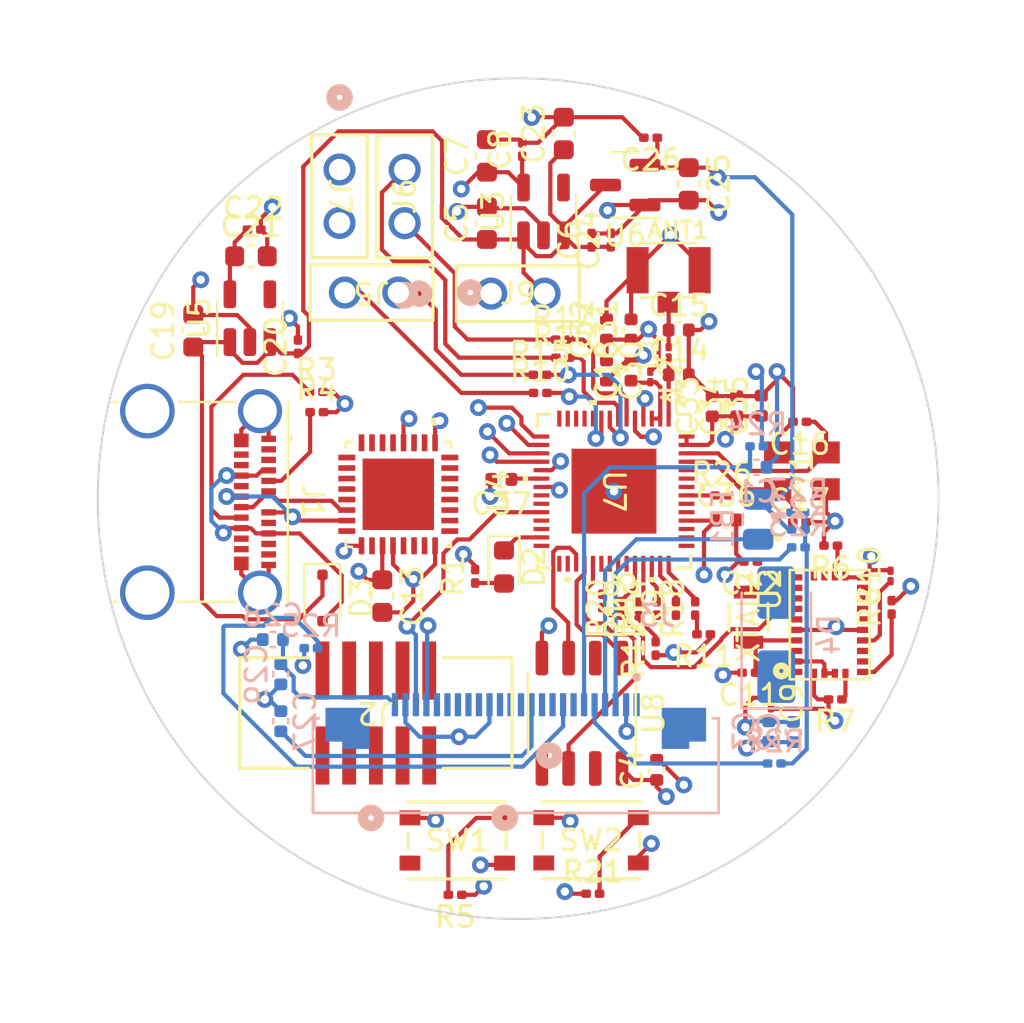
<source format=kicad_pcb>
(kicad_pcb (version 20221018) (generator pcbnew)
  (layers (0 "F.Cu" signal) (1 "In1.Cu" signal) (2 "In2.Cu" signal) (31 "B.Cu" signal) (34 "B.Paste" user) (35 "F.Paste" user) (36 "B.SilkS" user "B.Silkscreen") (37 "F.SilkS" user "F.Silkscreen") (38 "B.Mask" user) (39 "F.Mask" user) (44 "Edge.Cuts" user))
  (net 0 "")
  (net 1 "VDC")
  (net 2 "Net-(U2-CAP)")
  (net 3 "Net-(U2-XOUT32)")
  (net 4 "Net-(U2-XIN32)")
  (net 5 "+5V")
  (net 6 "Net-(ANT1-PadSIG)")
  (net 7 "MOTOR2_BIN2")
  (net 8 "MOTOR2_BIN1")
  (net 9 "Net-(U2-COM3)")
  (net 10 "Net-(U2-PS1)")
  (net 11 "Net-(U2-PS0)")
  (net 12 "DRV_SLEEP")
  (net 13 "MOTOR1_AIN1")
  (net 14 "DRV_FAULT")
  (net 16 "Net-(C18-Pad1)")
  (net 17 "+1V8")
  (net 18 "+2V8")
  (net 19 "Net-(D4-K)")
  (net 20 "Net-(FB1-Pad2)")
  (net 21 "CAM_RESET")
  (net 22 "IO38{slash}DVP_VSYNC")
  (net 23 "Net-(J3-Pad8)")
  (net 24 "IO47{slash}DVP_HREF")
  (net 25 "IO48{slash}DVP_Y9")
  (net 26 "IO10{slash}XMCLK")
  (net 27 "IO11{slash}DVP_Y8")
  (net 28 "BNO_SCL")
  (net 31 "IO12{slash}DVP_Y7")
  (net 32 "IO13{slash}DVP_PCLK")
  (net 41 "BNO_SDA")
  (net 52 "BNO_INT")
  (net 53 "MOTOR1_AIN2")
  (net 55 "Net-(J1-CC1)")
  (net 56 "USB_DP")
  (net 57 "USB_DN")
  (net 58 "Net-(J1-CC2)")
  (net 60 "IO14{slash}DVP_Y6")
  (net 61 "IO15{slash}DVP_Y2")
  (net 62 "IO16{slash}DVP_Y5")
  (net 63 "IO17{slash}DVP_Y3")
  (net 64 "IO18{slash}DVP_Y4")
  (net 65 "Net-(R21-Pad2)")
  (net 66 "CHIP_EN")
  (net 68 "VDD_SPI")
  (net 69 "SPIHD")
  (net 70 "SPIWP")
  (net 71 "SPICS0")
  (net 72 "SPICLK")
  (net 73 "SPID")
  (net 74 "SPIQ")
  (net 76 "GND")
  (net 77 "+3.3V")
  (net 78 "Net-(R5-Pad2)")
  (net 79 "RX_D7")
  (net 80 "TX_D6")
  (net 81 "BNO_RST")
  (net 102 "Net-(U7-LNA_IN)")
  (net 103 "Net-(U7-XTAL_P)")
  (net 104 "Net-(U7-XTAL_N)")
  (net 105 "IO21{slash}USER_LED")
  (net 106 "Net-(D2-A)")
  (net 107 "MTDO{slash}IO40{slash}CAM_SDA")
  (net 108 "MTCK{slash}IO39{slash}CAM_SCL")
  (net 109 "GPIO36")
  (net 110 "D3{slash}A3")
  (net 111 "GPIO35")
  (net 112 "D2{slash}A2")
  (net 113 "D1{slash}A1")
  (net 114 "D0{slash}A0")
  (net 115 "GPIO37")
  (net 116 "GPIO34")
  (net 117 "GPIO33")
  (net 118 "Net-(R22-Pad1)")
  (net 119 "Net-(U7-U0TXD)")
  (net 120 "GPIO0")
  (net 121 "D4{slash}I2C_SDA")
  (net 122 "D5{slash}I2C_SCL")
  (net 123 "D8{slash}A8{slash}SCK")
  (net 124 "D9{slash}A9{slash}MISO")
  (net 125 "D10{slash}A10{slash}MOSI")
  (net 126 "MTDI{slash}IO41{slash}PDM_DATA")
  (net 127 "MTMS{slash}IO42{slash}PDM_CLK")
  (footprint "Capacitor_SMD:C_0201_0603Metric" (layer "F.Cu") (at 136.464 45.3136 180)
    (fp_text reference "C26")
    (fp_text value "1uF")
  )
  (footprint "RS1-02-G:CONN_RS1-02-G_ADM" (layer "F.Cu") (at 124.7648 49.3776 90)
    (fp_text reference "J6")
    (fp_text value "RS1-02-G")
  )
  (footprint "PTS815:SW4_PTS815 SJM 250 SMTR LFS_CNK" (layer "F.Cu") (at 133.6298 78.74)
    (fp_text reference "SW2")
    (fp_text value "PTS815 SJM 250 SMTR LFS")
  )
  (footprint "Capacitor_SMD:C_0402_1005Metric" (layer "F.Cu") (at 137.802001 54.459599)
    (fp_text reference "C15")
    (fp_text value "1.6pF")
  )
  (footprint "Resistor_SMD:R_0201_0603Metric" (layer "F.Cu") (at 135.89 67.7316 90)
    (fp_text reference "R19")
    (fp_text value "0k")
  )
  (footprint "RS1-02-G:CONN_RS1-02-G_ADM" (layer "F.Cu") (at 121.666 46.8249 -90)
    (fp_text reference "J7")
    (fp_text value "RS1-02-G")
  )
  (footprint "ESP32S3:QFN56_7X7_EXP" (layer "F.Cu") (at 134.7216 62.1284 -90)
    (fp_text reference "U7")
    (fp_text value "ESP32-S3")
  )
  (footprint "Capacitor_SMD:C_0201_0603Metric" (layer "F.Cu") (at 141.224 65.4812 180)
    (fp_text reference "C12")
    (fp_text value "22pF")
  )
  (footprint "Capacitor_SMD:C_0201_0603Metric" (layer "F.Cu") (at 143.5456 63.6016)
    (fp_text reference "C17")
    (fp_text value "18pF")
  )
  (footprint "Capacitor_SMD:C_0603_1608Metric" (layer "F.Cu") (at 117.4496 50.9524)
    (fp_text reference "C21")
    (fp_text value "10uF")
  )
  (footprint "Package_TO_SOT_SMD:SOT-23-5" (layer "F.Cu") (at 117.3988 53.8988 90)
    (fp_text reference "U5")
    (fp_text value "MIC5504-1.8YM5")
  )
  (footprint "Package_TO_SOT_SMD:SOT-23-5" (layer "F.Cu") (at 131.3688 48.8188 90)
    (fp_text reference "U3")
    (fp_text value "MIC5504-3.3YM5")
  )
  (footprint "Capacitor_SMD:C_0201_0603Metric" (layer "F.Cu") (at 119.6848 55.2552 90)
    (fp_text reference "C20")
    (fp_text value "1uF")
  )
  (footprint "ABS07-32.768KHZ-7-T:XTAL_ABS07-32.768KHZ-7-T_ABR" (layer "F.Cu") (at 141.1224 68.1228 90)
    (fp_text reference "XTAL2")
    (fp_text value "ABS07-32.768KHZ-7-T")
  )
  (footprint "Resistor_SMD:R_0201_0603Metric" (layer "F.Cu") (at 145.2478 72.0344 180)
    (fp_text reference "R7")
    (fp_text value "10k")
  )
  (footprint "Resistor_SMD:R_0201_0603Metric" (layer "F.Cu") (at 147.9296 67.655 90)
    (fp_text reference "R8")
    (fp_text value "10k")
  )
  (footprint "Capacitor_SMD:C_0402_1005Metric" (layer "F.Cu") (at 140.0556 63.5)
    (fp_text reference "C36")
    (fp_text value "100nF")
  )
  (footprint "RS1-02-G:CONN_RS1-02-G_ADM" (layer "F.Cu") (at 128.8796 52.7304)
    (fp_text reference "J9")
    (fp_text value "RS1-02-G")
  )
  (footprint "Capacitor_SMD:C_0603_1608Metric" (layer "F.Cu") (at 128.6764 49.3776 90)
    (fp_text reference "C5")
    (fp_text value "10uF")
  )
  (footprint "Capacitor_SMD:C_0603_1608Metric" (layer "F.Cu") (at 128.6764 46.1772 90)
    (fp_text reference "C7")
    (fp_text value "10uF")
  )
  (footprint "U.FL-R-SMT-1:U.FL-R-SMT-1" (layer "F.Cu") (at 137.322001 51.616399)
    (fp_text reference "ANT1")
    (fp_text value "U.FL-R-SMT-1")
  )
  (footprint "Connector_USB:USB_C_Receptacle_Molex_105450-0101-L" (layer "F.Cu") (at 115.077 62.6384 -90)
    (fp_text reference "J1")
    (fp_text value "USB_C_Receptacle")
  )
  (footprint "Capacitor_SMD:C_0402_1005Metric" (layer "F.Cu") (at 134.366 56.388 -90)
    (fp_text reference "C30")
    (fp_text value "100nF")
  )
  (footprint "Resistor_SMD:R_0201_0603Metric" (layer "F.Cu") (at 135.0264 67.7058 90)
    (fp_text reference "R20")
    (fp_text value "0k")
  )
  (footprint "Capacitor_SMD:C_0402_1005Metric" (layer "F.Cu") (at 135.5344 56.388 90)
    (fp_text reference "C18")
    (fp_text value "100nF")
  )
  (footprint "Resistor_SMD:R_0201_0603Metric" (layer "F.Cu") (at 132.268 54.9148)
    (fp_text reference "R17")
    (fp_text value "0k")
  )
  (footprint "Resistor_SMD:R_0201_0603Metric" (layer "F.Cu") (at 128.1176 66.1772 90)
    (fp_text reference "R1")
    (fp_text value "100")
  )
  (footprint "Capacitor_SMD:C_0402_1005Metric" (layer "F.Cu") (at 136.7536 75.3872 90)
    (fp_text reference "C4")
    (fp_text value "100nF")
  )
  (footprint "3221-10-0300-00:CONN10_3221-10-0300-00_CNC" (layer "F.Cu") (at 123.3932 72.682798 180)
    (fp_text reference "J2")
    (fp_text value "3221-10-0300-00")
  )
  (footprint "Capacitor_SMD:C_0201_0603Metric" (layer "F.Cu") (at 141.1376 70.7644 180)
    (fp_text reference "C11")
    (fp_text value "22pF")
  )
  (footprint "Resistor_SMD:R_0201_0603Metric" (layer "F.Cu") (at 138.9888 68.9356 180)
    (fp_text reference "R11")
    (fp_text value "10k")
  )
  (footprint "RS1-02-G:CONN_RS1-02-G_ADM" (layer "F.Cu") (at 124.46 52.6796 180)
    (fp_text reference "J5")
    (fp_text value "RS1-02-G")
  )
  (footprint "Package_TO_SOT_SMD:SOT-23" (layer "F.Cu") (at 135.2573 47.564 180)
    (fp_text reference "U6")
    (fp_text value "MCP1700x-280xxTT")
  )
  (footprint "Resistor_SMD:R_0201_0603Metric" (layer "F.Cu") (at 132.2786 55.7784)
    (fp_text reference "R16")
    (fp_text value "0k")
  )
  (footprint "Package_SO:SOP-8_3.9x4.9mm_P1.27mm" (layer "F.Cu") (at 133.1976 72.6948 -90)
    (fp_text reference "U8")
    (fp_text value "GD25D05CT")
  )
  (footprint "Capacitor_SMD:C_0402_1005Metric" (layer "F.Cu") (at 140.5636 58.0872 90)
    (fp_text reference "C34")
    (fp_text value "100nF")
  )
  (footprint "Resistor_SMD:R_0201_0603Metric" (layer "F.Cu") (at 136.7536 67.7058 90)
    (fp_text reference "R14")
    (fp_text value "0k")
  )
  (footprint "Capacitor_SMD:C_01005_0402Metric" (layer "F.Cu") (at 147.8788 66.1626 90)
    (fp_text reference "C10")
    (fp_text value "0.1uF")
  )
  (footprint "LED_SMD:LED_0603_1608Metric" (layer "F.Cu") (at 129.4892 65.7352 -90)
    (fp_text reference "D2")
    (fp_text value "LED")
  )
  (footprint "Resistor_SMD:R_0201_0603Metric" (layer "F.Cu") (at 127.163 81.3308 180)
    (fp_text reference "R5")
    (fp_text value "10k")
  )
  (footprint "Resistor_SMD:R_0201_0603Metric" (layer "F.Cu") (at 120.559 57.404)
    (fp_text reference "R3")
    (fp_text value "6.1K")
  )
  (footprint "Resistor_SMD:R_0201_0603Metric" (layer "F.Cu") (at 136.7028 69.6112 90)
    (fp_text reference "R12")
    (fp_text value "10k")
  )
  (footprint "ABM8G_40_000MHZ_18_D2Y_T:CRYSTAL_ABM8G_ABR" (layer "F.Cu") (at 143.6624 61.1632 90)
    (fp_text reference "Y1")
    (fp_text value "ABM8G-40.000MHZ-18-D2Y-T")
  )
  (footprint "Capacitor_SMD:C_0201_0603Metric" (layer "F.Cu") (at 117.602 49.6824)
    (fp_text reference "C22")
    (fp_text value "1uF")
  )
  (footprint "Capacitor_SMD:C_0603_1608Metric" (layer "F.Cu") (at 123.698 67.1198 -90)
    (fp_text reference "C13")
    (fp_text value "10uF")
  )
  (footprint "Inductor_SMD:L_01005_0402Metric" (layer "F.Cu") (at 136.4488 56.6928 -90)
    (fp_text reference "L2")
    (fp_text value "2nH")
  )
  (footprint "Capacitor_SMD:C_0201_0603Metric" (layer "F.Cu") (at 143.5608 58.8264 180)
    (fp_text reference "C16")
    (fp_text value "18pF")
  )
  (footprint "Capacitor_SMD:C_0201_0603Metric" (layer "F.Cu") (at 130.3528 45.8724 90)
    (fp_text reference "C8")
    (fp_text value "1uF")
  )
  (footprint "FT232RQ:QFN50P500X500X90-33N" (layer "F.Cu") (at 124.46 62.2768 -90)
    (fp_text reference "U4")
    (fp_text value "FT232RQ")
  )
  (footprint "Resistor_SMD:R_0201_0603Metric" (layer "F.Cu") (at 137.668 67.7058 90)
    (fp_text reference "R9")
    (fp_text value "0k")
  )
  (footprint "Capacitor_SMD:C_0402_1005Metric" (layer "F.Cu") (at 137.802001 56.593199)
    (fp_text reference "C14")
    (fp_text value "1.6pF")
  )
  (footprint "PTS815:SW4_PTS815 SJM 250 SMTR LFS_CNK" (layer "F.Cu") (at 127.264999 78.748199)
    (fp_text reference "SW1")
    (fp_text value "PTS815 SJM 250 SMTR LFS")
  )
  (footprint "Resistor_SMD:R_0201_0603Metric" (layer "F.Cu") (at 120.584 58.3692)
    (fp_text reference "R4")
    (fp_text value "5.1K")
  )
  (footprint "Resistor_SMD:R_0201_0603Metric" (layer "F.Cu") (at 145.034 64.7192 180)
    (fp_text reference "R6")
    (fp_text value "10k")
  )
  (footprint "Capacitor_SMD:C_0402_1005Metric" (layer "F.Cu") (at 129.3648 61.5696 180)
    (fp_text reference "C37")
    (fp_text value "100nF")
  )
  (footprint "Capacitor_SMD:C_0603_1608Metric" (layer "F.Cu") (at 132.334 45.1104 90)
    (fp_text reference "C23")
    (fp_text value "10uF")
  )
  (footprint "Inductor_SMD:L_01005_0402Metric" (layer "F.Cu") (at 137.322001 55.522399 90)
    (fp_text reference "L1")
    (fp_text value "2nH")
  )
  (footprint "Capacitor_SMD:C_0603_1608Metric" (layer "F.Cu") (at 138.2776 47.511 -90)
    (fp_text reference "C25")
    (fp_text value "10uF")
  )
  (footprint "Resistor_SMD:R_0201_0603Metric" (layer "F.Cu") (at 131.2012 56.5912)
    (fp_text reference "R15")
    (fp_text value "0k")
  )
  (footprint "Capacitor_SMD:C_0402_1005Metric" (layer "F.Cu") (at 135.5344 54.4348 90)
    (fp_text reference "C31")
    (fp_text value "2.2uF")
  )
  (footprint "Resistor_SMD:R_0201_0603Metric" (layer "F.Cu") (at 133.7162 81.28)
    (fp_text reference "R21")
    (fp_text value "10k")
  )
  (footprint "Capacitor_SMD:C_0402_1005Metric" (layer "F.Cu") (at 141.732 58.0644 90)
    (fp_text reference "C35")
    (fp_text value "10nF")
  )
  (footprint "Resistor_SMD:R_0201_0603Metric" (layer "F.Cu") (at 138.5824 67.7058 90)
    (fp_text reference "R18")
    (fp_text value "0k")
  )
  (footprint "Capacitor_SMD:C_0402_1005Metric" (layer "F.Cu") (at 134.366 54.4348 90)
    (fp_text reference "C32")
    (fp_text value "2.2uF")
  )
  (footprint "Capacitor_SMD:C_0402_1005Metric" (layer "F.Cu") (at 139.3952 58.0872 90)
    (fp_text reference "C33")
    (fp_text value "2.2uF")
  )
  (footprint "Resistor_SMD:R_0201_0603Metric" (layer "F.Cu") (at 139.8524 62.3316)
    (fp_text reference "R26")
    (fp_text value "499")
  )
  (footprint "Capacitor_SMD:C_0603_1608Metric" (layer "F.Cu") (at 114.7064 54.4954 90)
    (fp_text reference "C19")
    (fp_text value "10uF")
  )
  (footprint "Diode_SMD:D_SOD-323F" (layer "F.Cu") (at 120.8532 67.2084 -90)
    (fp_text reference "D3")
    (fp_text value "PMEG6010CEJ")
  )
  (footprint "BNO055:LGA28R50P4X10_380X520X100" (layer "F.Cu") (at 144.9832 68.4784 90)
    (fp_text reference "U2")
    (fp_text value "BNO055")
  )
  (footprint "Capacitor_SMD:C_0201_0603Metric" (layer "F.Cu") (at 133.6548 50.1904 90)
    (fp_text reference "C6")
    (fp_text value "1uF")
  )
  (footprint "Capacitor_SMD:C_01005_0402Metric" (layer "F.Cu") (at 142.1892 72.2078 -90)
    (fp_text reference "C9")
    (fp_text value "0.1uF")
  )
  (footprint "Resistor_SMD:R_0201_0603Metric" (layer "F.Cu") (at 131.2164 57.4548)
    (fp_text reference "R10")
    (fp_text value "0k")
  )
  (footprint "Capacitor_SMD:C_0201_0603Metric" (layer "F.Cu") (at 134.5692 50.1798 90)
    (fp_text reference "C24")
    (fp_text value "1uF")
  )
  (footprint "Resistor_SMD:R_0201_0603Metric" (layer "F.Cu") (at 134.1628 67.3502 -90)
    (fp_text reference "R13")
    (fp_text value "10k")
  )
  (footprint "Capacitor_SMD:C_0805_2012Metric" (layer "B.Cu") (at 141.5796 63.4644 -90)
    (fp_text reference "FB1")
    (fp_text value "120R-3A")
  )
  (footprint "Capacitor_SMD:C_0402_1005Metric" (layer "B.Cu") (at 118.872 73.0732 90)
    (fp_text reference "C27")
    (fp_text value "2.2uF")
  )
  (footprint "Resistor_SMD:R_0201_0603Metric" (layer "B.Cu") (at 143.4698 63.1444 180)
    (fp_text reference "R27")
    (fp_text value "0k")
  )
  (footprint "Capacitor_SMD:C_0402_1005Metric" (layer "B.Cu") (at 118.4936 69.1896 180)
    (fp_text reference "C28")
    (fp_text value "2.2uF")
  )
  (footprint "Resistor_SMD:R_0201_0603Metric" (layer "B.Cu") (at 120.305 69.596 180)
    (fp_text reference "R25")
    (fp_text value "10k")
  )
  (footprint "Resistor_SMD:R_0201_0603Metric" (layer "B.Cu") (at 143.4948 64.8004 180)
    (fp_text reference "R23")
    (fp_text value "4.7k")
  )
  (footprint "Capacitor_SMD:C_0402_1005Metric" (layer "B.Cu") (at 141.5008 60.9904)
    (fp_text reference "C1")
    (fp_text value "100nF")
  )
  (footprint "Capacitor_SMD:C_0402_1005Metric" (layer "B.Cu") (at 118.872 70.838 -90)
    (fp_text reference "C29")
    (fp_text value "100nF")
  )
  (footprint "Capacitor_SMD:C_0402_1005Metric" (layer "B.Cu") (at 143.256 73.5864 -90)
    (fp_text reference "C2")
    (fp_text value "100nF")
  )
  (footprint "Capacitor_SMD:C_0402_1005Metric" (layer "B.Cu") (at 142.0876 73.5584 -90)
    (fp_text reference "C3")
    (fp_text value "4.7uF")
  )
  (footprint "F32R-1A7H1-11024:AMPHENOL_F32R-1A7H1-11024" (layer "B.Cu") (at 130.0492 75.1884 180)
    (fp_text reference "J3")
    (fp_text value "F32R-1A7H1-11024")
  )
  (footprint "Diode_SMD:D_SMA" (layer "B.Cu") (at 142.4432 68.9544 90)
    (fp_text reference "D4")
    (fp_text value "B140-E3")
  )
  (footprint "Resistor_SMD:R_0201_0603Metric" (layer "B.Cu") (at 143.4948 63.9572 180)
    (fp_text reference "R22")
    (fp_text value "0k")
  )
  (footprint "Resistor_SMD:R_0201_0603Metric" (layer "B.Cu") (at 141.5136 59.9948 180)
    (fp_text reference "R24")
    (fp_text value "10k")
  )
  (footprint "Resistor_SMD:R_0201_0603Metric" (layer "B.Cu") (at 142.3522 75.0824 180)
    (fp_text reference "R28")
    (fp_text value "4.7k")
  )
  (gr_circle (center 130.1648 62.484) (end 150.1648 62.484) (stroke (width 0.1)) (fill none) (layer "Edge.Cuts"))
  (segment (start 132.3188 49.565) (end 132.3188 49.9563) (width 0.2) (layer "F.Cu") (net 1))
  (segment (start 116.4488 55.0363) (end 116.4488 55.420551) (width 0.2) (layer "F.Cu") (net 1))
  (segment (start 134.3198 47.564) (end 132.3188 49.565) (width 0.2) (layer "F.Cu") (net 1))
  (segment (start 131.6938 48.947049) (end 132.3188 49.572049) (width 0.2) (layer "F.Cu") (net 1))
  (segment (start 119.7356 68.2244) (end 120.8532 67.1068) (width 0.2) (layer "F.Cu") (net 1))
  (segment (start 132.8729 50.5104) (end 132.3188 49.9563) (width 0.2) (layer "F.Cu") (net 1))
  (segment (start 117.204905 68.2244) (end 119.7356 68.2244) (width 0.2) (layer "F.Cu") (net 1))
  (segment (start 114.7064 55.2704) (end 115.12 55.684) (width 0.2) (layer "F.Cu") (net 1))
  (segment (start 132.3188 49.572049) (end 132.3188 49.9563) (width 0.2) (layer "F.Cu") (net 1))
  (segment (start 134.5692 50.4998) (end 133.6654 50.4998) (width 0.2) (layer "F.Cu") (net 1))
  (segment (start 119.9388 53.533895) (end 120.2098 53.804895) (width 0.2) (layer "F.Cu") (net 1))
  (segment (start 116.4488 55.420551) (end 117.052049 56.0238) (width 0.2) (layer "F.Cu") (net 1))
  (segment (start 117.745551 56.0238) (end 118.3488 55.420551) (width 0.2) (layer "F.Cu") (net 1))
  (segment (start 127.562495 50.1526) (end 126.529 49.119105) (width 0.2) (layer "F.Cu") (net 1))
  (segment (start 131.733 50.9438) (end 132.3188 50.358) (width 0.2) (layer "F.Cu") (net 1))
  (segment (start 120.8532 67.1068) (end 120.8532 66.1084) (width 0.2) (layer "F.Cu") (net 1))
  (segment (start 118.3488 55.420551) (end 118.3488 55.0363) (width 0.2) (layer "F.Cu") (net 1))
  (segment (start 128.6764 50.1526) (end 130.2225 50.1526) (width 0.2) (layer "F.Cu") (net 1))
  (segment (start 131.6938 46.5256) (end 131.6938 48.947049) (width 0.2) (layer "F.Cu") (net 1))
  (segment (start 115.824 68.072) (end 117.052505 68.072) (width 0.2) (layer "F.Cu") (net 1))
  (segment (start 126.0856 45.0088) (end 121.6152 45.0088) (width 0.2) (layer "F.Cu") (net 1))
  (segment (start 117.052049 56.0238) (end 117.745551 56.0238) (width 0.2) (layer "F.Cu") (net 1))
  (segment (start 131.4196 52.7304) (end 130.4188 51.7296) (width 0.2) (layer "F.Cu") (net 1))
  (segment (start 121.6152 45.0088) (end 119.9388 46.6852) (width 0.2) (layer "F.Cu") (net 1))
  (segment (start 132.3188 50.358) (end 132.3188 49.9563) (width 0.2) (layer "F.Cu") (net 1))
  (segment (start 130.4188 51.7296) (end 130.4188 49.9563) (width 0.2) (layer "F.Cu") (net 1))
  (segment (start 126.529 49.119105) (end 126.529 48.518495) (width 0.2) (layer "F.Cu") (net 1))
  (segment (start 133.6548 50.5104) (end 132.8729 50.5104) (width 0.2) (layer "F.Cu") (net 1))
  (segment (start 116.4488 55.0363) (end 114.9405 55.0363) (width 0.2) (layer "F.Cu") (net 1))
  (segment (start 126.529 48.518495) (end 126.5428 48.504695) (width 0.2) (layer "F.Cu") (net 1))
  (segment (start 130.4188 50.340551) (end 131.022049 50.9438) (width 0.2) (layer "F.Cu") (net 1))
  (segment (start 115.12 55.684) (end 115.12 67.368) (width 0.2) (layer "F.Cu") (net 1))
  (segment (start 130.2225 50.1526) (end 130.4188 49.9563) (width 0.2) (layer "F.Cu") (net 1))
  (segment (start 119.875841 55.5752) (end 119.6848 55.5752) (width 0.2) (layer "F.Cu") (net 1))
  (segment (start 120.2098 55.241241) (end 119.875841 55.5752) (width 0.2) (layer "F.Cu") (net 1))
  (segment (start 126.5428 48.504695) (end 126.5428 45.466) (width 0.2) (layer "F.Cu") (net 1))
  (segment (start 119.9388 46.6852) (end 119.9388 53.533895) (width 0.2) (layer "F.Cu") (net 1))
  (segment (start 128.6764 50.1526) (end 127.562495 50.1526) (width 0.2) (layer "F.Cu") (net 1))
  (segment (start 120.2098 53.804895) (end 120.2098 55.241241) (width 0.2) (layer "F.Cu") (net 1))
  (segment (start 114.9405 55.0363) (end 114.7064 55.2704) (width 0.2) (layer "F.Cu") (net 1))
  (segment (start 130.4188 49.9563) (end 130.4188 50.340551) (width 0.2) (layer "F.Cu") (net 1))
  (segment (start 115.12 67.368) (end 115.824 68.072) (width 0.2) (layer "F.Cu") (net 1))
  (segment (start 133.6654 50.4998) (end 133.6548 50.5104) (width 0.2) (layer "F.Cu") (net 1))
  (segment (start 118.8877 55.5752) (end 119.6848 55.5752) (width 0.2) (layer "F.Cu") (net 1))
  (segment (start 131.022049 50.9438) (end 131.733 50.9438) (width 0.2) (layer "F.Cu") (net 1))
  (segment (start 117.052505 68.072) (end 117.204905 68.2244) (width 0.2) (layer "F.Cu") (net 1))
  (segment (start 126.5428 45.466) (end 126.0856 45.0088) (width 0.2) (layer "F.Cu") (net 1))
  (segment (start 118.3488 55.0363) (end 118.8877 55.5752) (width 0.2) (layer "F.Cu") (net 1))
  (segment (start 132.334 45.8854) (end 131.6938 46.5256) (width 0.2) (layer "F.Cu") (net 1))
  (segment (start 147.8538 66.4376) (end 147.8788 66.4376) (width 0.2) (layer "F.Cu") (net 2))
  (segment (start 147.1082 69.2284) (end 147.3708 68.9658) (width 0.2) (layer "F.Cu") (net 2))
  (segment (start 147.3708 66.9206) (end 147.8538 66.4376) (width 0.2) (layer "F.Cu") (net 2))
  (segment (start 147.3708 68.9658) (end 147.3708 66.9206) (width 0.2) (layer "F.Cu") (net 2))
  (segment (start 146.5457 69.2284) (end 147.1082 69.2284) (width 0.2) (layer "F.Cu") (net 2))
  (segment (start 141.1224 69.3166) (end 141.2106 69.2284) (width 0.2) (layer "F.Cu") (net 3))
  (segment (start 141.4576 69.6518) (end 141.4576 70.7644) (width 0.2) (layer "F.Cu") (net 3))
  (segment (start 141.1224 69.3166) (end 141.4576 69.6518) (width 0.2) (layer "F.Cu") (net 3))
  (segment (start 141.2106 69.2284) (end 143.4207 69.2284) (width 0.2) (layer "F.Cu") (net 3))
  (segment (start 118.292 64.1384) (end 119.769596 64.1384) (width 0.2) (layer "F.Cu") (net 5))
  (segment (start 119.769596 64.1384) (end 121.7676 66.136404) (width 0.2) (layer "F.Cu") (net 5))
  (segment (start 117.442 63.8884) (end 116.992 63.8884) (width 0.2) (layer "F.Cu") (net 5))
  (segment (start 121.7676 67.394) (end 120.8532 68.3084) (width 0.2) (layer "F.Cu") (net 5))
  (segment (start 116.992 63.8884) (end 116.361472 63.8884) (width 0.2) (layer "F.Cu") (net 5))
  (segment (start 116.992 61.3884) (end 117.727 61.3884) (width 0.2) (layer "F.Cu") (net 5))
  (segment (start 118.292 64.1384) (end 117.692 64.1384) (width 0.2) (layer "F.Cu") (net 5))
  (segment (start 121.7676 66.136404) (end 121.7676 67.394) (width 0.2) (layer "F.Cu") (net 5))
  (segment (start 117.692 64.1384) (end 117.442 63.8884) (width 0.2) (layer "F.Cu") (net 5))
  (segment (start 116.300265 61.3884) (end 116.2945 61.382635) (width 0.2) (layer "F.Cu") (net 5))
  (segment (start 117.727 61.3884) (end 117.977 61.1384) (width 0.2) (layer "F.Cu") (net 5))
  (segment (start 117.977 61.1384) (end 118.292 61.1384) (width 0.2) (layer "F.Cu") (net 5))
  (segment (start 116.361472 63.8884) (end 116.136972 64.1129) (width 0.2) (layer "F.Cu") (net 5))
  (segment (start 116.992 61.3884) (end 116.300265 61.3884) (width 0.2) (layer "F.Cu") (net 5))
  (via (at 116.2945 61.382635) (size 0.8) (drill 0.4) (layers "F.Cu" "B.Cu") (net 5))
  (via (at 116.136972 64.1129) (size 0.8) (drill 0.4) (layers "F.Cu" "B.Cu") (net 5))
  (segment (start 116.136972 64.1129) (end 115.569097 63.545025) (width 0.2) (layer "B.Cu") (net 5))
  (segment (start 115.569097 61.976903) (end 116.163365 61.382635) (width 0.2) (layer "B.Cu") (net 5))
  (segment (start 116.163365 61.382635) (end 116.2945 61.382635) (width 0.2) (layer "B.Cu") (net 5))
  (segment (start 115.569097 63.545025) (end 115.569097 61.976903) (width 0.2) (layer "B.Cu") (net 5))
  (segment (start 137.322001 54.459599) (end 137.322001 55.247399) (width 0.2) (layer "F.Cu") (net 6))
  (segment (start 137.322001 53.141399) (end 137.322001 54.459599) (width 0.2) (layer "F.Cu") (net 6))
  (segment (start 127.1452 51.758) (end 127.1452 54.298) (width 0.2) (layer "F.Cu") (net 7))
  (segment (start 124.7648 49.3776) (end 127.1452 51.758) (width 0.2) (layer "F.Cu") (net 7))
  (segment (start 127.1452 54.298) (end 127.762 54.9148) (width 0.2) (layer "F.Cu") (net 7))
  (segment (start 127.762 54.9148) (end 131.948 54.9148) (width 0.2) (layer "F.Cu") (net 7))
  (segment (start 126.6952 52.083251) (end 126.6952 55.118) (width 0.2) (layer "F.Cu") (net 8))
  (segment (start 127.3556 55.7784) (end 131.9586 55.7784) (width 0.2) (layer "F.Cu") (net 8))
  (segment (start 124.2568 51.2064) (end 125.818349 51.2064) (width 0.2) (layer "F.Cu") (net 8))
  (segment (start 126.6952 55.118) (end 127.3556 55.7784) (width 0.2) (layer "F.Cu") (net 8))
  (segment (start 125.818349 51.2064) (end 126.6952 52.083251) (width 0.2) (layer "F.Cu") (net 8))
  (segment (start 123.6778 47.9246) (end 123.6778 50.6274) (width 0.2) (layer "F.Cu") (net 8))
  (segment (start 123.6778 50.6274) (end 124.2568 51.2064) (width 0.2) (layer "F.Cu") (net 8))
  (segment (start 124.7648 46.8376) (end 123.6778 47.9246) (width 0.2) (layer "F.Cu") (net 8))
  (segment (start 145.354 64.7192) (end 145.354 65.5326) (width 0.2) (layer "F.Cu") (net 9))
  (segment (start 145.2332 65.6534) (end 145.2332 66.1659) (width 0.2) (layer "F.Cu") (net 9))
  (segment (start 145.354 65.5326) (end 145.2332 65.6534) (width 0.2) (layer "F.Cu") (net 9))
  (segment (start 145.7332 71.869) (end 145.7332 70.7909) (width 0.2) (layer "F.Cu") (net 10))
  (segment (start 145.5678 72.0344) (end 145.7332 71.869) (width 0.2) (layer "F.Cu") (net 10))
  (segment (start 147.1082 70.7284) (end 147.9296 69.907) (width 0.2) (layer "F.Cu") (net 11))
  (segment (start 147.9296 69.907) (end 147.9296 67.975) (width 0.2) (layer "F.Cu") (net 11))
  (segment (start 146.5457 70.7284) (end 147.1082 70.7284) (width 0.2) (layer "F.Cu") (net 11))
  (segment (start 122.682 52.6796) (end 121.92 52.6796) (width 0.2) (layer "F.Cu") (net 13))
  (segment (start 130.8964 57.4548) (end 127.4572 57.4548) (width 0.2) (layer "F.Cu") (net 13))
  (segment (start 127.4572 57.4548) (end 122.682 52.6796) (width 0.2) (layer "F.Cu") (net 13))
  (segment (start 138.6688 68.9356) (end 138.6688 68.1122) (width 0.2) (layer "F.Cu") (net 14))
  (segment (start 138.6688 68.1122) (end 138.5824 68.0258) (width 0.2) (layer "F.Cu") (net 14))
  (segment (start 135.6342 56.9678) (end 136.358115 56.9678) (width 0.2) (layer "F.Cu") (net 16))
  (segment (start 136.6988 56.9428) (end 136.9216 57.1656) (width 0.2) (layer "F.Cu") (net 16))
  (segment (start 136.921601 58.675999) (end 136.521599 58.675999) (width 0.2) (layer "F.Cu") (net 16))
  (segment (start 135.5344 56.868) (end 135.6342 56.9678) (width 0.2) (layer "F.Cu") (net 16))
  (segment (start 136.4488 56.9428) (end 136.6988 56.9428) (width 0.2) (layer "F.Cu") (net 16))
  (segment (start 136.9216 57.1656) (end 136.921601 58.675999) (width 0.2) (layer "F.Cu") (net 16))
  (segment (start 116.4488 52.7613) (end 116.4488 51.1782) (width 0.2) (layer "F.Cu") (net 17))
  (segment (start 116.6746 50.9524) (end 116.6746 50.2898) (width 0.2) (layer "F.Cu") (net 17))
  (segment (start 116.4488 51.1782) (end 116.6746 50.9524) (width 0.2) (layer "F.Cu") (net 17))
  (segment (start 116.6746 50.2898) (end 117.282 49.6824) (width 0.2) (layer "F.Cu") (net 17))
  (segment (start 138.2776 46.736) (end 139.192 46.736) (width 0.2) (layer "F.Cu") (net 18))
  (segment (start 136.1948 46.614) (end 136.784 46.0248) (width 0.2) (layer "F.Cu") (net 18))
  (segment (start 138.2776 46.736) (end 136.3168 46.736) (width 0.2) (layer "F.Cu") (net 18))
  (segment (start 136.784 46.0248) (end 136.784 45.3136) (width 0.2) (layer "F.Cu") (net 18))
  (segment (start 139.192 46.736) (end 139.6492 47.1932) (width 0.2) (layer "F.Cu") (net 18))
  (segment (start 136.3168 46.736) (end 136.1948 46.614) (width 0.2) (layer "F.Cu") (net 18))
  (via (at 139.6492 47.1932) (size 0.8) (drill 0.4) (layers "F.Cu" "B.Cu") (net 18))
  (segment (start 141.4272 47.1932) (end 143.2052 48.9712) (width 0.2) (layer "B.Cu") (net 18))
  (segment (start 139.6492 47.1932) (end 141.4272 47.1932) (width 0.2) (layer "B.Cu") (net 18))
  (segment (start 130.3312 74.7268) (end 130.7992 74.2588) (width 0.2) (layer "B.Cu") (net 18))
  (segment (start 142.5144 62.5144) (end 141.5796 62.5144) (width 0.2) (layer "B.Cu") (net 18))
  (segment (start 120.0456 74.7268) (end 130.3312 74.7268) (width 0.2) (layer "B.Cu") (net 18))
  (segment (start 143.0224 63.9572) (end 141.5796 62.5144) (width 0.2) (layer "B.Cu") (net 18))
  (segment (start 130.7992 74.2588) (end 130.7992 72.2884) (width 0.2) (layer "B.Cu") (net 18))
  (segment (start 118.872 73.5532) (end 120.0456 74.7268) (width 0.2) (layer "B.Cu") (net 18))
  (segment (start 143.2052 61.8236) (end 142.5144 62.5144) (width 0.2) (layer "B.Cu") (net 18))
  (segment (start 143.2052 48.9712) (end 143.2052 61.8236) (width 0.2) (layer "B.Cu") (net 18))
  (segment (start 143.1748 63.9572) (end 143.0224 63.9572) (width 0.2) (layer "B.Cu") (net 18))
  (segment (start 119.482 71.6284) (end 119.482 70.968) (width 0.2) (layer "B.Cu") (net 19))
  (segment (start 119.482 70.968) (end 118.872 70.358) (width 0.2) (layer "B.Cu") (net 19))
  (segment (start 118.9736 70.2564) (end 118.872 70.358) (width 0.2) (layer "B.Cu") (net 19))
  (segment (start 124.2992 72.2884) (end 123.9436 71.9328) (width 0.2) (layer "B.Cu") (net 19))
  (segment (start 123.9436 71.9328) (end 119.7864 71.9328) (width 0.2) (layer "B.Cu") (net 19))
  (segment (start 118.9736 69.1896) (end 118.9736 70.2564) (width 0.2) (layer "B.Cu") (net 19))
  (segment (start 119.7864 71.9328) (end 119.482 71.6284) (width 0.2) (layer "B.Cu") (net 19))
  (segment (start 118.9788 69.1844) (end 118.9736 69.1896) (width 0.2) (layer "B.Cu") (net 19))
  (segment (start 134.2992 65.9036) (end 134.2992 72.2884) (width 0.2) (layer "B.Cu") (net 20))
  (segment (start 135.7884 64.4144) (end 134.2992 65.9036) (width 0.2) (layer "B.Cu") (net 20))
  (segment (start 141.5796 64.4144) (end 135.7884 64.4144) (width 0.2) (layer "B.Cu") (net 20))
  (segment (start 133.2992 62.23) (end 133.2992 72.2884) (width 0.2) (layer "B.Cu") (net 21))
  (segment (start 134.5388 60.9904) (end 133.2992 62.23) (width 0.2) (layer "B.Cu") (net 21))
  (segment (start 141.1936 59.9948) (end 141.1936 60.8176) (width 0.2) (layer "B.Cu") (net 21))
  (segment (start 141.1936 60.8176) (end 141.0208 60.9904) (width 0.2) (layer "B.Cu") (net 21))
  (segment (start 141.0208 60.9904) (end 134.5388 60.9904) (width 0.2) (layer "B.Cu") (net 21))
  (segment (start 116.14 68.59485) (end 116.20565 68.5292) (width 0.2) (layer "B.Cu") (net 23))
  (segment (start 116.14 71.753454) (end 116.14 68.59485) (width 0.2) (layer "B.Cu") (net 23))
  (segment (start 119.621346 75.2348) (end 116.14 71.753454) (width 0.2) (layer "B.Cu") (net 23))
  (segment (start 132.2992 73.324485) (end 130.388885 75.2348) (width 0.2) (layer "B.Cu") (net 23))
  (segment (start 118.052315 68.5292) (end 118.426915 68.1546) (width 0.2) (layer "B.Cu") (net 23))
  (segment (start 132.2992 72.2884) (end 132.2992 73.324485) (width 0.2) (layer "B.Cu") (net 23))
  (segment (start 116.20565 68.5292) (end 118.052315 68.5292) (width 0.2) (layer "B.Cu") (net 23))
  (segment (start 119.5134 68.1546) (end 120.625 69.2662) (width 0.2) (layer "B.Cu") (net 23))
  (segment (start 118.426915 68.1546) (end 119.5134 68.1546) (width 0.2) (layer "B.Cu") (net 23))
  (segment (start 130.388885 75.2348) (end 119.621346 75.2348) (width 0.2) (layer "B.Cu") (net 23))
  (segment (start 120.625 69.2662) (end 120.625 69.596) (width 0.2) (layer "B.Cu") (net 23))
  (segment (start 129.864806 58.1543) (end 130.319678 58.609172) (width 0.2) (layer "F.Cu") (net 26))
  (segment (start 128.27 58.1543) (end 129.864806 58.1543) (width 0.2) (layer "F.Cu") (net 26))
  (segment (start 130.319678 58.609172) (end 130.319678 58.945678) (width 0.2) (layer "F.Cu") (net 26))
  (segment (start 130.9024 59.5284) (end 131.269199 59.5284) (width 0.2) (layer "F.Cu") (net 26))
  (segment (start 130.319678 58.945678) (end 130.9024 59.5284) (width 0.2) (layer "F.Cu") (net 26))
  (via (at 128.27 58.1543) (size 0.8) (drill 0.4) (layers "F.Cu" "B.Cu") (net 26))
  (segment (start 129.619678 58.899122) (end 130.648955 59.928399) (width 0.2) (layer "F.Cu") (net 27))
  (segment (start 130.648955 59.928399) (end 131.269199 59.928399) (width 0.2) (layer "F.Cu") (net 27))
  (via (at 129.619678 58.899122) (size 0.8) (drill 0.4) (layers "F.Cu" "B.Cu") (net 27))
  (segment (start 136.7028 69.0372) (end 135.89 68.2244) (width 0.2) (layer "F.Cu") (net 28))
  (segment (start 136.7028 69.2912) (end 136.7028 69.0372) (width 0.2) (layer "F.Cu") (net 28))
  (segment (start 135.89 68.2244) (end 135.89 68.0516) (width 0.2) (layer "F.Cu") (net 28))
  (segment (start 131.269199 60.328401) (end 129.735561 60.328401) (width 0.2) (layer "F.Cu") (net 31))
  (segment (start 129.735561 60.328401) (end 128.701732 59.294572) (width 0.2) (layer "F.Cu") (net 31))
  (via (at 128.701732 59.294572) (size 0.8) (drill 0.4) (layers "F.Cu" "B.Cu") (net 31))
  (segment (start 131.269199 60.7284) (end 129.146316 60.7284) (width 0.2) (layer "F.Cu") (net 32))
  (segment (start 129.146316 60.7284) (end 128.823958 60.406042) (width 0.2) (layer "F.Cu") (net 32))
  (via (at 128.823958 60.406042) (size 0.8) (drill 0.4) (layers "F.Cu" "B.Cu") (net 32))
  (segment (start 138.540885 70.4992) (end 136.475115 70.4992) (width 0.2) (layer "F.Cu") (net 41))
  (segment (start 135.641482 68.5816) (end 135.624315 68.5816) (width 0.2) (layer "F.Cu") (net 41))
  (segment (start 135.068515 68.0258) (end 135.0264 68.0258) (width 0.2) (layer "F.Cu") (net 41))
  (segment (start 139.8388 69.1524) (end 139.8388 69.201285) (width 0.2) (layer "F.Cu") (net 41))
  (segment (start 136.475115 70.4992) (end 136.1026 70.126685) (width 0.2) (layer "F.Cu") (net 41))
  (segment (start 143.4207 66.2284) (end 142.6104 66.2284) (width 0.2) (layer "F.Cu") (net 41))
  (segment (start 139.8388 69.201285) (end 138.540885 70.4992) (width 0.2) (layer "F.Cu") (net 41))
  (segment (start 135.624315 68.5816) (end 135.068515 68.0258) (width 0.2) (layer "F.Cu") (net 41))
  (segment (start 142.1384 66.7004) (end 142.1384 68.1736) (width 0.2) (layer "F.Cu") (net 41))
  (segment (start 135.0158 68.0364) (end 135.0264 68.0258) (width 0.2) (layer "F.Cu") (net 41))
  (segment (start 134.1628 67.6702) (end 134.5184 68.0258) (width 0.2) (layer "F.Cu") (net 41))
  (segment (start 140.296 68.6952) (end 139.8388 69.1524) (width 0.2) (layer "F.Cu") (net 41))
  (segment (start 136.1026 69.042718) (end 135.641482 68.5816) (width 0.2) (layer "F.Cu") (net 41))
  (segment (start 142.1384 68.1736) (end 141.6168 68.6952) (width 0.2) (layer "F.Cu") (net 41))
  (segment (start 141.6168 68.6952) (end 140.296 68.6952) (width 0.2) (layer "F.Cu") (net 41))
  (segment (start 136.1026 70.126685) (end 136.1026 69.042718) (width 0.2) (layer "F.Cu") (net 41))
  (segment (start 142.6104 66.2284) (end 142.1384 66.7004) (width 0.2) (layer "F.Cu") (net 41))
  (segment (start 134.5184 68.0258) (end 135.0264 68.0258) (width 0.2) (layer "F.Cu") (net 41))
  (segment (start 130.8812 56.5912) (end 127.4572 56.5912) (width 0.2) (layer "F.Cu") (net 53))
  (segment (start 126.2452 53.4996) (end 125.4252 52.6796) (width 0.2) (layer "F.Cu") (net 53))
  (segment (start 127.4572 56.5912) (end 126.2452 55.3792) (width 0.2) (layer "F.Cu") (net 53))
  (segment (start 126.2452 55.3792) (end 126.2452 53.4996) (width 0.2) (layer "F.Cu") (net 53))
  (segment (start 125.4252 52.6796) (end 124.46 52.6796) (width 0.2) (layer "F.Cu") (net 53))
  (segment (start 120.264 58.3692) (end 120.264 60.2664) (width 0.2) (layer "F.Cu") (net 55))
  (segment (start 118.892 61.6384) (end 118.292 61.6384) (width 0.2) (layer "F.Cu") (net 55))
  (segment (start 120.264 60.2664) (end 118.892 61.6384) (width 0.2) (layer "F.Cu") (net 55))
  (segment (start 121.27987 62.5856) (end 121.72107 63.0268) (width 0.2) (layer "F.Cu") (net 56))
  (segment (start 118.292 62.1384) (end 118.7392 62.5856) (width 0.2) (layer "F.Cu") (net 56))
  (segment (start 118.7392 62.5856) (end 121.27987 62.5856) (width 0.2) (layer "F.Cu") (net 56))
  (segment (start 121.72107 63.0268) (end 122.01 63.0268) (width 0.2) (layer "F.Cu") (net 56))
  (segment (start 117.542 62.8884) (end 118.292 62.1384) (width 0.2) (layer "F.Cu") (net 56))
  (segment (start 116.992 62.8884) (end 117.542 62.8884) (width 0.2) (layer "F.Cu") (net 56))
  (segment (start 119.4308 63.3476) (end 119.2216 63.1384) (width 0.2) (layer "F.Cu") (net 57))
  (segment (start 119.61 63.5268) (end 122.01 63.5268) (width 0.2) (layer "F.Cu") (net 57))
  (segment (start 119.2216 63.1384) (end 118.292 63.1384) (width 0.2) (layer "F.Cu") (net 57))
  (segment (start 116.992 62.3884) (end 116.29975 62.3884) (width 0.2) (layer "F.Cu") (net 57))
  (segment (start 119.4308 63.3476) (end 119.61 63.5268) (width 0.2) (layer "F.Cu") (net 57))
  (segment (start 116.29975 62.3884) (end 116.294097 62.382747) (width 0.2) (layer "F.Cu") (net 57))
  (via (at 119.4308 63.3476) (size 0.8) (drill 0.4) (layers "F.Cu" "B.Cu") (net 57))
  (via (at 116.294097 62.382747) (size 0.8) (drill 0.4) (layers "F.Cu" "B.Cu") (net 57))
  (segment (start 118.465947 62.382747) (end 116.294097 62.382747) (width 0.2) (layer "B.Cu") (net 57))
  (segment (start 119.4308 63.3476) (end 118.465947 62.382747) (width 0.2) (layer "B.Cu") (net 57))
  (segment (start 120.239 57.404) (end 119.4262 56.5912) (width 0.2) (layer "F.Cu") (net 58))
  (segment (start 119.4262 56.5912) (end 117.094 56.5912) (width 0.2) (layer "F.Cu") (net 58))
  (segment (start 115.57 62.992) (end 115.9664 63.3884) (width 0.2) (layer "F.Cu") (net 58))
  (segment (start 115.57 58.1152) (end 115.57 62.992) (width 0.2) (layer "F.Cu") (net 58))
  (segment (start 115.9664 63.3884) (end 116.992 63.3884) (width 0.2) (layer "F.Cu") (net 58))
  (segment (start 117.094 56.5912) (end 115.57 58.1152) (width 0.2) (layer "F.Cu") (net 58))
  (segment (start 131.759201 61.128399) (end 132.1816 60.706) (width 0.2) (layer "F.Cu") (net 60))
  (segment (start 131.269199 61.128399) (end 131.759201 61.128399) (width 0.2) (layer "F.Cu") (net 60))
  (via (at 132.1816 60.706) (size 0.8) (drill 0.4) (layers "F.Cu" "B.Cu") (net 60))
  (segment (start 131.9816 61.9284) (end 132.1308 62.0776) (width 0.2) (layer "F.Cu") (net 61))
  (segment (start 131.269199 61.9284) (end 131.9816 61.9284) (width 0.2) (layer "F.Cu") (net 61))
  (via (at 132.1308 62.0776) (size 0.8) (drill 0.4) (layers "F.Cu" "B.Cu") (net 61))
  (via (at 125.873961 68.523514) (size 0.8) (drill 0.4) (layers "F.Cu" "B.Cu") (net 63))
  (segment (start 125.8316 72.256) (end 125.8316 68.565875) (width 0.2) (layer "B.Cu") (net 63))
  (segment (start 125.8316 68.565875) (end 125.873961 68.523514) (width 0.2) (layer "B.Cu") (net 63))
  (segment (start 125.7992 72.2884) (end 125.8316 72.256) (width 0.2) (layer "B.Cu") (net 63))
  (segment (start 126.61 65.08445) (end 126.61 66.797525) (width 0.2) (layer "F.Cu") (net 64))
  (segment (start 129.145949 63.128401) (end 127.84875 64.4256) (width 0.2) (layer "F.Cu") (net 64))
  (segment (start 127.84875 64.4256) (end 127.26885 64.4256) (width 0.2) (layer "F.Cu") (net 64))
  (segment (start 124.874884 68.532641) (end 124.874884 68.552681) (width 0.2) (layer "F.Cu") (net 64))
  (segment (start 127.26885 64.4256) (end 126.61 65.08445) (width 0.2) (layer "F.Cu") (net 64))
  (segment (start 126.61 66.797525) (end 124.874884 68.532641) (width 0.2) (layer "F.Cu") (net 64))
  (segment (start 131.269199 63.128401) (end 129.145949 63.128401) (width 0.2) (layer "F.Cu") (net 64))
  (via (at 124.874884 68.552681) (size 0.8) (drill 0.4) (layers "F.Cu" "B.Cu") (net 64))
  (segment (start 125.2992 68.976997) (end 124.874884 68.552681) (width 0.2) (layer "B.Cu") (net 64))
  (segment (start 125.2992 72.2884) (end 125.2992 68.976997) (width 0.2) (layer "B.Cu") (net 64))
  (segment (start 134.0362 79.508602) (end 135.879801 77.665001) (width 0.2) (layer "F.Cu") (net 65))
  (segment (start 134.0362 81.28) (end 134.0362 79.508602) (width 0.2) (layer "F.Cu") (net 65))
  (segment (start 125.014998 77.6732) (end 126.1364 77.6732) (width 0.2) (layer "F.Cu") (net 66))
  (segment (start 136.1216 58.675999) (end 136.1216 57.791426) (width 0.2) (layer "F.Cu") (net 66))
  (segment (start 136.1216 57.791426) (end 136.194887 57.718139) (width 0.2) (layer "F.Cu") (net 66))
  (segment (start 126.1364 77.6732) (end 126.238 77.7748) (width 0.2) (layer "F.Cu") (net 66))
  (via (at 126.238 77.7748) (size 0.8) (drill 0.4) (layers "F.Cu" "B.Cu") (net 66))
  (via (at 136.194887 57.718139) (size 0.8) (drill 0.4) (layers "F.Cu" "B.Cu") (net 66))
  (segment (start 131.832 67.6716) (end 132.5436 68.3832) (width 0.2) (layer "F.Cu") (net 70))
  (segment (start 132.5436 70.0508) (end 132.5626 70.0698) (width 0.2) (layer "F.Cu") (net 70))
  (segment (start 131.832 65.018) (end 131.832 67.6716) (width 0.2) (layer "F.Cu") (net 70))
  (segment (start 132.921601 65.123803) (end 132.618598 64.8208) (width 0.2) (layer "F.Cu") (net 70))
  (segment (start 132.921601 65.580801) (end 132.921601 65.123803) (width 0.2) (layer "F.Cu") (net 70))
  (segment (start 132.618598 64.8208) (end 132.0292 64.8208) (width 0.2) (layer "F.Cu") (net 70))
  (segment (start 132.0292 64.8208) (end 131.832 65.018) (width 0.2) (layer "F.Cu") (net 70))
  (segment (start 132.5436 68.3832) (end 132.5436 70.0508) (width 0.2) (layer "F.Cu") (net 70))
  (segment (start 133.41 68.9448) (end 132.9436 68.4784) (width 0.2) (layer "F.Cu") (net 71))
  (segment (start 135.1026 70.0698) (end 135.1026 69.878404) (width 0.2) (layer "F.Cu") (net 71))
  (segment (start 135.1026 69.878404) (end 134.168996 68.9448) (width 0.2) (layer "F.Cu") (net 71))
  (segment (start 134.168996 68.9448) (end 133.41 68.9448) (width 0.2) (layer "F.Cu") (net 71))
  (segment (start 132.9436 68.4784) (end 132.9436 66.415802) (width 0.2) (layer "F.Cu") (net 71))
  (segment (start 133.3216 66.037802) (end 133.3216 65.580801) (width 0.2) (layer "F.Cu") (net 71))
  (segment (start 132.9436 66.415802) (end 133.3216 66.037802) (width 0.2) (layer "F.Cu") (net 71))
  (segment (start 135.7026 71.0534) (end 132.5626 74.1934) (width 0.2) (layer "F.Cu") (net 72))
  (segment (start 133.721599 65.580801) (end 133.721599 66.474801) (width 0.2) (layer "F.Cu") (net 72))
  (segment (start 133.3436 66.8528) (end 133.3436 68.1164) (width 0.2) (layer "F.Cu") (net 72))
  (segment (start 135.7026 69.208404) (end 135.7026 71.0534) (width 0.2) (layer "F.Cu") (net 72))
  (segment (start 133.3436 68.1164) (end 133.653 68.4258) (width 0.2) (layer "F.Cu") (net 72))
  (segment (start 134.215682 68.4258) (end 134.734682 68.9448) (width 0.2) (layer "F.Cu") (net 72))
  (segment (start 135.438996 68.9448) (end 135.7026 69.208404) (width 0.2) (layer "F.Cu") (net 72))
  (segment (start 133.653 68.4258) (end 134.215682 68.4258) (width 0.2) (layer "F.Cu") (net 72))
  (segment (start 132.5626 74.1934) (end 132.5626 75.3198) (width 0.2) (layer "F.Cu") (net 72))
  (segment (start 134.734682 68.9448) (end 135.438996 68.9448) (width 0.2) (layer "F.Cu") (net 72))
  (segment (start 133.721599 66.474801) (end 133.3436 66.8528) (width 0.2) (layer "F.Cu") (net 72))
  (segment (start 147.9296 67.335) (end 148.1586 67.335) (width 0.2) (layer "F.Cu") (net 76))
  (segment (start 131.2926 70.0698) (end 131.2926 68.8594) (width 0.2) (layer "F.Cu") (net 76))
  (segment (start 144.9278 72.741) (end 145.2372 73.0504) (width 0.2) (layer "F.Cu") (net 76))
  (segment (start 148.1586 67.335) (end 148.844 66.6496) (width 0.2) (layer "F.Cu") (net 76))
  (segment (start 144.714 64.7192) (end 144.714 64.074) (width 0.2) (layer "F.Cu") (net 76))
  (segment (start 134.5586 49.8704) (end 134.5692 49.8598) (width 0.2) (layer "F.Cu") (net 76))
  (segment (start 131.117 45.5524) (end 132.334 44.3354) (width 0.2) (layer "F.Cu") (net 76))
  (segment (start 135.5344 53.9548) (end 135.5344 51.929) (width 0.2) (layer "F.Cu") (net 76))
  (segment (start 140.5356 63.5) (end 140.5356 65.1128) (width 0.2) (layer "F.Cu") (net 76))
  (segment (start 131.2926 68.8594) (end 131.6228 68.5292) (width 0.2) (layer "F.Cu") (net 76))
  (segment (start 145.2372 73.0504) (end 144.6696 72.4828) (width 0.2) (layer "F.Cu") (net 76))
  (segment (start 145.1396 68.7284) (end 145.288 68.58) (width 0.2) (layer "F.Cu") (net 76))
  (segment (start 121.5136 58.3692) (end 121.92 57.9628) (width 0.2) (layer "F.Cu") (net 76))
  (segment (start 138.2776 48.286) (end 136.4228 48.286) (width 0.2) (layer "F.Cu") (net 76))
  (segment (start 144.2332 71.8432) (end 144.4244 72.0344) (width 0.2) (layer "F.Cu") (net 76))
  (segment (start 134.6708 48.514) (end 134.4168 48.768) (width 0.2) (layer "F.Cu") (net 76))
  (segment (start 128.3716 79.9084) (end 129.429798 79.9084) (width 0.2) (layer "F.Cu") (net 76))
  (segment (start 117.922 49.6824) (end 117.922 49.1592) (width 0.2) (layer "F.Cu") (net 76))
  (segment (start 120.879 57.404) (end 121.3612 57.404) (width 0.2) (layer "F.Cu") (net 76))
  (segment (start 135.878793 55.908) (end 136.122501 55.664292) (width 0.2) (layer "F.Cu") (net 76))
  (segment (start 138.282001 54.459599) (end 138.834401 54.459599) (width 0.2) (layer "F.Cu") (net 76))
  (segment (start 144.8124 63.126) (end 145.2372 63.5508) (width 0.2) (layer "F.Cu") (net 76))
  (segment (start 138.282001 56.593199) (end 138.381199 56.593199) (width 0.2) (layer "F.Cu") (net 76))
  (segment (start 124.71 59.8268) (end 124.71 58.932) (width 0.2) (layer "F.Cu") (net 76))
  (segment (start 135.5344 55.908) (end 135.878793 55.908) (width 0.2) (layer "F.Cu") (net 76))
  (segment (start 127.4702 48.6026) (end 127.254 48.8188) (width 0.2) (layer "F.Cu") (net 76))
  (segment (start 128.7426 48.6688) (end 128.6764 48.6026) (width 0.2) (layer "F.Cu") (net 76))
  (segment (start 138.381199 56.593199) (end 139.3952 57.6072) (width 0.2) (layer "F.Cu") (net 76))
  (segment (start 117.3988 55.0363) (end 117.3988 54.352049) (width 0.2) (layer "F.Cu") (net 76))
  (segment (start 128.8288 61.6256) (end 128.8848 61.5696) (width 0.2) (layer "F.Cu") (net 76))
  (segment (start 136.84686 74.9072) (end 138.042436 76.102776) (width 0.2) (layer "F.Cu") (net 76))
  (segment (start 138.282001 56.593199) (end 138.282001 54.459599) (width 0.2) (layer "F.Cu") (net 76))
  (segment (start 114.7064 53.7204) (end 114.7064 52.4256) (width 0.2) (layer "F.Cu") (net 76))
  (segment (start 120.904 58.3692) (end 121.5136 58.3692) (width 0.2) (layer "F.Cu") (net 76))
  (segment (start 144.9278 72.0344) (end 144.9278 72.741) (width 0.2) (layer "F.Cu") (net 76))
  (segment (start 133.6548 49.8704) (end 134.5586 49.8704) (width 0.2) (layer "F.Cu") (net 76))
  (segment (start 145.1864 63.6016) (end 145.2372 63.5508) (width 0.2) (layer "F.Cu") (net 76))
  (segment (start 117.922 49.1592) (end 118.4656 48.6156) (width 0.2) (layer "F.Cu") (net 76))
  (segment (start 141.732 57.5844) (end 142.4807 56.8357) (width 0.2) (layer "F.Cu") (net 76))
  (segment (start 124.6372 67.8948) (end 123.698 67.8948) (width 0.2) (layer "F.Cu") (net 76))
  (segment (start 116.795551 53.7488) (end 114.7348 53.7488) (width 0.2) (layer "F.Cu") (net 76))
  (segment (start 138.834401 54.459599) (end 139.2428 54.0512) (width 0.2) (layer "F.Cu") (net 76))
  (segment (start 135.5344 55.908) (end 135.333609 55.908) (width 0.2) (layer "F.Cu") (net 76))
  (segment (start 144.8124 62.0382) (end 144.8124 63.126) (width 0.2) (layer "F.Cu") (net 76))
  (segment (start 132.334 44.3354) (end 130.823 44.3354) (width 0.2) (layer "F.Cu") (net 76))
  (segment (start 141.7092 57.6072) (end 141.732 57.5844) (width 0.2) (layer "F.Cu") (net 76))
  (segment (start 128.6764 45.4022) (end 130.2026 45.4022) (width 0.2) (layer "F.Cu") (net 76))
  (segment (start 146.5457 66.2284) (end 146.8865 65.8876) (width 0.2) (layer "F.Cu") (net 76))
  (segment (start 136.085949 45.3136) (end 135.107749 44.3354) (width 0.2) (layer "F.Cu") (net 76))
  (segment (start 116.992 65.5634) (end 116.992 66.0684) (width 0.2) (layer "F.Cu") (net 76))
  (segment (start 130.465551 48.6688) (end 128.7426 48.6688) (width 0.2) (layer "F.Cu") (net 76))
  (segment (start 136.1948 48.514) (end 134.6708 48.514) (width 0.2) (layer "F.Cu") (net 76))
  (segment (start 144.714 64.074) (end 145.2372 63.5508) (width 0.2) (layer "F.Cu") (net 76))
  (segment (start 122.71 64.7268) (end 122.1156 64.7268) (width 0.2) (layer "F.Cu") (net 76))
  (segment (start 143.4207 68.7284) (end 145.1396 68.7284) (width 0.2) (layer "F.Cu") (net 76))
  (segment (start 146.5457 68.7284) (end 145.4364 68.7284) (width 0.2) (layer "F.Cu") (net 76))
  (segment (start 117.3988 54.352049) (end 116.795551 53.7488) (width 0.2) (layer "F.Cu") (net 76))
  (segment (start 143.2408 58.8264) (end 143.2408 57.1989) (width 0.2) (layer "F.Cu") (net 76))
  (segment (start 146.8865 65.8876) (end 147.8788 65.8876) (width 0.2) (layer "F.Cu") (net 76))
  (segment (start 135.847001 51.503399) (end 135.847001 51.616399) (width 0.2) (layer "F.Cu") (net 76))
  (segment (start 134.849 49.8598) (end 136.1948 48.514) (width 0.2) (layer "F.Cu") (net 76))
  (segment (start 134.5692 49.8598) (end 134.849 49.8598) (width 0.2) (layer "F.Cu") (net 76))
  (segment (start 140.5356 65.1128) (end 140.904 65.4812) (width 0.2) (layer "F.Cu") (net 76))
  (segment (start 144.6696 72.4828) (end 142.1892 72.4828) (width 0.2) (layer "F.Cu") (net 76))
  (segment (start 142.5124 59.5548) (end 143.2408 58.8264) (width 0.2) (layer "F.Cu") (net 76))
  (segment (start 146.5457 66.2284) (end 145.7957 66.2284) (width 0.2) (layer "F.Cu") (net 76))
  (segment (start 146.8865 65.8876) (end 146.8865 65.3051) (width 0.2) (layer "F.Cu") (net 76))
  (segment (start 140.904 65.4812) (end 140.6275 65.4812) (width 0.2) (layer "F.Cu") (net 76))
  (segment (start 138.797001 51.319401) (end 138.797001 51.616399) (width 0.2) (layer "F.Cu") (net 76))
  (segment (start 138.2776 48.286) (end 139.1164 48.286) (width 0.2) (layer "F.Cu") (net 76))
  (segment (start 126.21 65.6108) (end 125.509617 66.311183) (width 0.2) (layer "F.Cu") (net 76))
  (segment (start 140.5636 57.6072) (end 141.7092 57.6072) (width 0.2) (layer "F.Cu") (net 76))
  (segment (start 124.21 65.603983) (end 124.9172 66.311183) (width 0.2) (layer "F.Cu") (net 76))
  (segment (start 118.292 65.6384) (end 118.292 66.5484) (width 0.2) (layer "F.Cu") (net 76))
  (segment (start 134.366 53.9548) (end 134.366 53.0974) (width 0.2) (layer "F.Cu") (net 76))
  (segment (start 114.7348 53.7488) (end 114.7064 53.7204) (width 0.2) (layer "F.Cu") (net 76))
  (segment (start 143.2408 57.1989) (end 142.4807 56.4388) (width 0.2) (layer "F.Cu") (net 76))
  (segment (start 124.71 58.932) (end 124.968 58.674) (width 0.2) (layer "F.Cu") (net 76))
  (segment (start 128.8288 62.3824) (end 128.8288 61.6256) (width 0.2) (layer "F.Cu") (net 76))
  (segment (start 116.992 66.0684) (end 117.882 66.9584) (width 0.2) (layer "F.Cu") (net 76))
  (segment (start 122.1156 64.7268) (end 121.8692 64.9732) (width 0.2) (layer "F.Cu") (net 76))
  (segment (start 135.107749 44.3354) (end 132.334 44.3354) (width 0.2) (layer "F.Cu") (net 76))
  (segment (start 130.2026 45.4022) (end 130.3528 45.5524) (width 0.2) (layer "F.Cu") (net 76))
  (segment (start 124.21 64.7268) (end 124.21 65.603983) (width 0.2) (layer "F.Cu") (net 76))
  (segment (start 125.1712 66.311183) (end 125.1712 67.3608) (width 0.2) (layer "F.Cu") (net 76))
  (segment (start 114.7064 52.4256) (end 115.062 52.07) (width 0.2) (layer "F.Cu") (net 76))
  (segment (start 125.1712 67.3608) (end 124.6372 67.8948) (width 0.2) (layer "F.Cu") (net 76))
  (segment (start 128.6764 48.6026) (end 127.4702 48.6026) (width 0.2) (layer "F.Cu") (net 76))
  (segment (start 137.414 49.9364) (end 138.797001 51.319401) (width 0.2) (layer "F.Cu") (net 76))
  (segment (start 139.3952 57.6072) (end 140.5636 57.6072) (width 0.2) (layer "F.Cu") (net 76))
  (segment (start 135.5344 51.929) (end 135.847001 51.616399) (width 0.2) (layer "F.Cu") (net 76))
  (segment (start 131.3688 49.9563) (end 131.3688 49.572049) (width 0.2) (layer "F.Cu") (net 76))
  (segment (start 140.6275 65.4812) (end 140.0048 66.1039) (width 0.2) (layer "F.Cu") (net 76))
  (segment (start 124.9172 66.311183) (end 125.1712 66.311183) (width 0.2) (layer "F.Cu") (net 76))
  (segment (start 116.992 59.7134) (end 116.992 59.2084) (width 0.2) (layer "F.Cu") (net 76))
  (segment (start 140.0048 70.7644) (end 139.9032 70.866) (width 0.2) (layer "F.Cu") (net 76))
  (segment (start 118.292 58.7284) (end 117.882 58.3184) (width 0.2) (layer "F.Cu") (net 76))
  (segment (start 144.4244 72.0344) (end 144.9278 72.0344) (width 0.2) (layer "F.Cu") (net 76))
  (segment (start 116.992 59.2084) (end 117.882 58.3184) (width 0.2) (layer "F.Cu") (net 76))
  (segment (start 118.2246 50.9524) (end 118.2246 49.985) (width 0.2) (layer "F.Cu") (net 76))
  (segment (start 142.4807 56.8357) (end 142.4807 56.4388) (width 0.2) (layer "F.Cu") (net 76))
  (segment (start 119.6848 54.9352) (end 119.6848 54.3052) (width 0.2) (layer "F.Cu") (net 76))
  (segment (start 135.879801 79.512199) (end 136.4996 78.8924) (width 0.2) (layer "F.Cu") (net 76))
  (segment (start 129.429798 79.9084) (end 129.515 79.823198) (width 0.2) (layer "F.Cu") (net 76))
  (segment (start 130.3528 45.5524) (end 131.117 45.5524) (width 0.2) (layer "F.Cu") (net 76))
  (segment (start 142.5124 60.2882) (end 142.5124 59.5548) (width 0.2) (layer "F.Cu") (net 76))
  (segment (start 126.21 64.7268) (end 126.21 65.6108) (width 0.2) (layer "F.Cu") (net 76))
  (segment (start 145.7957 66.2284) (end 145.7332 66.1659) (width 0.2) (layer "F.Cu") (net 76))
  (segment (start 136.4228 48.286) (end 136.1948 48.514) (width 0.2) (layer "F.Cu") (net 76))
  (segment (start 135.879801 79.814999) (end 135.879801 79.512199) (width 0.2) (layer "F.Cu") (net 76))
  (segment (start 125.509617 66.311183) (end 124.9172 66.311183) (width 0.2) (layer "F.Cu") (net 76))
  (segment (start 136.7536 74.9072) (end 136.84686 74.9072) (width 0.2) (layer "F.Cu") (net 76))
  (segment (start 146.8865 65.3051) (end 146.9644 65.2272) (width 0.2) (layer "F.Cu") (net 76))
  (segment (start 144.2332 70.7909) (end 144.2332 71.8432) (width 0.2) (layer "F.Cu") (net 76))
  (segment (start 131.3688 49.572049) (end 130.465551 48.6688) (width 0.2) (layer "F.Cu") (net 76))
  (segment (start 140.8176 70.7644) (end 140.0048 70.7644) (width 0.2) (layer "F.Cu") (net 76))
  (segment (start 134.366 53.0974) (end 135.847001 51.616399) (width 0.2) (layer "F.Cu") (net 76))
  (segment (start 118.292 59.6384) (end 118.292 58.7284) (width 0.2) (layer "F.Cu") (net 76))
  (segment (start 143.8656 63.6016) (end 145.1864 63.6016) (width 0.2) (layer "F.Cu") (net 76))
  (segment (start 119.6848 54.3052) (end 119.2784 53.8988) (width 0.2) (layer "F.Cu") (net 76))
  (segment (start 118.2246 49.985) (end 117.922 49.6824) (width 0.2) (layer "F.Cu") (net 76))
  (segment (start 145.4364 68.7284) (end 145.288 68.58) (width 0.2) (layer "F.Cu") (net 76))
  (segment (start 135.333609 55.908) (end 134.373609 56.868) (width 0.2) (layer "F.Cu") (net 76))
  (segment (start 137.414 49.9364) (end 135.847001 51.503399) (width 0.2) (layer "F.Cu") (net 76))
  (segment (start 118.292 66.5484) (end 117.882 66.9584) (width 0.2) (layer "F.Cu") (net 76))
  (segment (start 130.823 44.3354) (end 130.81 44.3484) (width 0.2) (layer "F.Cu") (net 76))
  (segment (start 121.3612 57.404) (end 121.92 57.9628) (width 0.2) (layer "F.Cu") (net 76))
  (segment (start 136.144 45.3136) (end 136.085949 45.3136) (width 0.2) (layer "F.Cu") (net 76))
  (segment (start 134.373609 56.868) (end 134.366 56.868) (width 0.2) (layer "F.Cu") (net 76))
  (segment (start 139.1164 48.286) (end 139.7 48.8696) (width 0.2) (layer "F.Cu") (net 76))
  (segment (start 120.879 58.3442) (end 120.904 58.3692) (width 0.2) (layer "F.Cu") (net 76))
  (via (at 115.062 52.07) (size 0.8) (drill 0.4) (layers "F.Cu" "B.Cu") (net 76))
  (via (at 121.8692 64.9732) (size 0.8) (drill 0.4) (layers "F.Cu" "B.Cu") (net 76))
  (via (at 136.122501 55.664292) (size 0.8) (drill 0.4) (layers "F.Cu" "B.Cu") (net 76))
  (via (at 121.92 57.9628) (size 0.8) (drill 0.4) (layers "F.Cu" "B.Cu") (net 76))
  (via (at 128.3716 79.9084) (size 0.8) (drill 0.4) (layers "F.Cu" "B.Cu") (net 76))
  (via (at 118.4656 48.6156) (size 0.8) (drill 0.4) (layers "F.Cu" "B.Cu") (net 76))
  (via (at 148.844 66.6496) (size 0.8) (drill 0.4) (layers "F.Cu" "B.Cu") (net 76))
  (via (at 118.11 72.0344) (size 0.8) (drill 0.4) (layers "F.Cu" "B.Cu") (net 76))
  (via (at 140.0048 66.1039) (size 0.8) (drill 0.4) (layers "F.Cu" "B.Cu") (net 76))
  (via (at 141.028693 74.352978) (size 0.8) (drill 0.4) (layers "F.Cu" "B.Cu") (net 76))
  (via (at 135.3312 73.5584) (size 0.8) (drill 0.4) (layers "F.Cu" "B.Cu") (net 76))
  (via (at 136.4996 78.8924) (size 0.8) (drill 0.4) (layers "F.Cu" "B.Cu") (net 76))
  (via (at 119.923979 70.420735) (size 0.8) (drill 0.4) (layers "F.Cu" "B.Cu") (net 76))
  (via (at 146.9644 65.2272) (size 0.8) (drill 0.4) (layers "F.Cu" "B.Cu") (net 76))
  (via (at 119.2784 53.8988) (size 0.8) (drill 0.4) (layers "F.Cu" "B.Cu") (net 76))
  (via (at 127.3556 73.8124) (size 0.8) (drill 0.4) (layers "F.Cu" "B.Cu") (net 76))
  (via (at 137.414 49.9364) (size 0.8) (drill 0.4) (layers "F.Cu" "B.Cu") (net 76))
  (via (at 131.6228 68.5292) (size 0.8) (drill 0.4) (layers "F.Cu" "B.Cu") (net 76))
  (via (at 139.7 48.8696) (size 0.8) (drill 0.4) (layers "F.Cu" "B.Cu") (net 76))
  (via (at 134.7216 62.1284) (size 0.8) (drill 0.4) (layers "F.Cu" "B.Cu") (net 76))
  (via (at 145.2372 73.0504) (size 0.8) (drill 0.4) (layers "F.Cu" "B.Cu") (net 76))
  (via (at 145.2372 63.5508) (size 0.8) (drill 0.4) (layers "F.Cu" "B.Cu") (net 76))
  (via (at 116.9924 69.6468) (size 0.8) (drill 0.4) (layers "F.Cu" "B.Cu") (net 76))
  (via (at 128.8288 62.3824) (size 0.8) (drill 0.4) (layers "F.Cu" "B.Cu") (net 76))
  (via (at 138.042436 76.102776) (size 0.8) (drill 0.4) (layers "F.Cu" "B.Cu") (net 76))
  (via (at 139.9032 70.866) (size 0.8) (drill 0.4) (layers "F.Cu" "B.Cu") (net 76))
  (via (at 125.1712 66.311183) (size 0.8) (drill 0.4) (layers "F.Cu" "B.Cu") (net 76))
  (via (at 124.968 58.674) (size 0.8) (drill 0.4) (layers "F.Cu" "B.Cu") (net 76))
  (via (at 134.4168 48.768) (size 0.8) (drill 0.4) (layers "F.Cu" "B.Cu") (net 76))
  (via (at 145.288 68.58) (size 0.8) (drill 0.4) (layers "F.Cu" "B.Cu") (net 76))
  (via (at 130.81 44.3484) (size 0.8) (drill 0.4) (layers "F.Cu" "B.Cu") (net 76))
  (via (at 127.254 48.8188) (size 0.8) (drill 0.4) (layers "F.Cu" "B.Cu") (net 76))
  (via (at 142.4807 56.4388) (size 0.8) (drill 0.4) (layers "F.Cu" "B.Cu") (net 76))
  (via (at 139.2428 54.0512) (size 0.8) (drill 0.4) (layers "F.Cu" "B.Cu") (net 76))
  (segment (start 135.2992 72.2884) (end 135.2992 73.5264) (width 0.2) (layer "B.Cu") (net 76))
  (segment (start 118.11 72.0344) (end 118.1556 72.0344) (width 0.2) (layer "B.Cu") (net 76))
  (segment (start 143.256 74.0664) (end 142.1156 74.0664) (width 0.2) (layer "B.Cu") (net 76))
  (segment (start 118.1556 72.0344) (end 118.872 71.318) (width 0.2) (layer "B.Cu") (net 76))
  (segment (start 128.7992 73.1384) (end 128.1252 73.8124) (width 0.2) (layer "B.Cu") (net 76))
  (segment (start 119.985 69.596) (end 119.985 70.359714) (width 0.2) (layer "B.Cu") (net 76))
  (segment (start 128.1252 73.8124) (end 127.3556 73.8124) (width 0.2) (layer "B.Cu") (net 76))
  (segment (start 142.0876 74.0384) (end 141.343271 74.0384) (width 0.2) (layer "B.Cu") (net 76))
  (segment (start 119.985 70.359714) (end 119.923979 70.420735) (width 0.2) (layer "B.Cu") (net 76))
  (segment (start 118.8588 72.6064) (end 118.872 72.5932) (width 0.2) (layer "B.Cu") (net 76))
  (segment (start 118.0136 69.1336) (end 118.0136 69.1896) (width 0.2) (layer "B.Cu") (net 76))
  (segment (start 117.4496 69.1896) (end 118.0136 69.1896) (width 0.2) (layer "B.Cu") (net 76))
  (segment (start 124.7992 73.1384) (end 125.4732 73.8124) (width 0.2) (layer "B.Cu") (net 76))
  (segment (start 125.4732 73.8124) (end 127.3556 73.8124) (width 0.2) (layer "B.Cu") (net 76))
  (segment (start 116.9924 69.6468) (end 117.4496 69.1896) (width 0.2) (layer "B.Cu") (net 76))
  (segment (start 142.1156 74.0664) (end 142.0876 74.0384) (width 0.2) (layer "B.Cu") (net 76))
  (segment (start 124.7992 72.2884) (end 124.7992 73.1384) (width 0.2) (layer "B.Cu") (net 76))
  (segment (start 135.2992 73.5264) (end 135.3312 73.5584) (width 0.2) (layer "B.Cu") (net 76))
  (segment (start 142.4807 60.4905) (end 142.4807 56.4388) (width 0.2) (layer "B.Cu") (net 76))
  (segment (start 141.343271 74.0384) (end 141.028693 74.352978) (width 0.2) (layer "B.Cu") (net 76))
  (segment (start 141.9808 60.9904) (end 142.4807 60.4905) (width 0.2) (layer "B.Cu") (net 76))
  (segment (start 118.11 72.0344) (end 118.3132 72.0344) (width 0.2) (layer "B.Cu") (net 76))
  (segment (start 118.3132 72.0344) (end 118.872 72.5932) (width 0.2) (layer "B.Cu") (net 76))
  (segment (start 128.7992 72.2884) (end 128.7992 73.1384) (width 0.2) (layer "B.Cu") (net 76))
  (segment (start 139.3088 68.9356) (end 139.3088 69.126641) (width 0.2) (layer "F.Cu") (net 77))
  (segment (start 137.4344 69.9312) (end 137.5664 69.7992) (width 0.2) (layer "F.Cu") (net 77))
  (segment (start 136.7536 75.8672) (end 136.7536 76.2) (width 0.2) (layer "F.Cu") (net 77))
  (segment (start 144.7332 70.7909) (end 144.7332 70.3528) (width 0.2) (layer "F.Cu") (net 77))
  (segment (start 130.3528 47.6153) (end 130.4188 47.6813) (width 0.2) (layer "F.Cu") (net 77))
  (segment (start 136.369675 54.417709) (end 136.369675 54.474882) (width 0.2) (layer "F.Cu") (net 77))
  (segment (start 136.847001 54.952208) (end 136.847001 56.044599) (width 0.2) (layer "F.Cu") (net 77))
  (segment (start 139.3952 58.5672) (end 140.5636 58.5672) (width 0.2) (layer "F.Cu") (net 77))
  (segment (start 140.5636 59.117316) (end 140.025183 59.655733) (width 0.2) (layer "F.Cu") (net 77))
  (segment (start 135.1026 75.3198) (end 135.65 75.8672) (width 0.2) (layer "F.Cu") (net 77))
  (segment (start 140.5636 58.5672) (end 141.7092 58.5672) (width 0.2) (layer "F.Cu") (net 77))
  (segment (start 142.1642 70.9224) (end 142.1642 71.9328) (width 0.2) (layer "F.Cu") (net 77))
  (segment (start 138.636241 69.7992) (end 137.5664 69.7992) (width 0.2) (layer "F.Cu") (net 77))
  (segment (start 142.1642 71.9328) (end 142.1892 71.9328) (width 0.2) (layer "F.Cu") (net 77))
  (segment (start 139.5756 63.5) (end 139.005297 64.070303) (width 0.2) (layer "F.Cu") (net 77))
  (segment (start 141.7092 58.5672) (end 141.732 58.5444) (width 0.2) (layer "F.Cu") (net 77))
  (segment (start 135.5344 54.9148) (end 135.872584 54.9148) (width 0.2) (layer "F.Cu") (net 77))
  (segment (start 128.524 80.9244) (end 128.1176 81.3308) (width 0.2) (layer "F.Cu") (net 77))
  (segment (start 135.872584 54.9148) (end 136.369675 54.417709) (width 0.2) (layer "F.Cu") (net 77))
  (segment (start 136.7536 76.2) (end 137.2108 76.6572) (width 0.2) (layer "F.Cu") (net 77))
  (segment (start 123.698 66.3448) (end 122.9868 66.3448) (width 0.2) (layer "F.Cu") (net 77))
  (segment (start 139.207601 59.928399) (end 139.3952 59.7408) (width 0.2) (layer "F.Cu") (net 77))
  (segment (start 128.1176 65.6844) (end 127.5588 65.1256) (width 0.2) (layer "F.Cu") (net 77))
  (segment (start 128.257 46.9522) (end 128.6764 46.9522) (width 0.2) (layer "F.Cu") (net 77))
  (segment (start 126.21 59.0068) (end 126.4412 58.7756) (width 0.2) (layer "F.Cu") (net 77))
  (segment (start 135.65 75.8672) (end 136.7536 75.8672) (width 0.2) (layer "F.Cu") (net 77))
  (segment (start 128.1176 81.3308) (end 127.483 81.3308) (width 0.2) (layer "F.Cu") (net 77))
  (segment (start 123.698 66.3448) (end 123.698 64.7388) (width 0.2) (layer "F.Cu") (net 77))
  (segment (start 142.1892 71.9578) (end 141.3514 71.9578) (width 0.2) (layer "F.Cu") (net 77))
  (segment (start 139.005297 64.070303) (end 139.005297 66.1039) (width 0.2) (layer "F.Cu") (net 77))
  (segment (start 138.174001 63.5284) (end 139.5472 63.5284) (width 0.2) (layer "F.Cu") (net 77))
  (segment (start 141.3514 71.9578) (end 140.97 72.3392) (width 0.2) (layer "F.Cu") (net 77))
  (segment (start 142.8582 70.2284) (end 142.1642 70.9224) (width 0.2) (layer "F.Cu") (net 77))
  (segment (start 129.885999 61.528401) (end 129.8448 61.5696) (width 0.2) (layer "F.Cu") (net 77))
  (segment (start 134.366 54.9148) (end 135.5344 54.9148) (width 0.2) (layer "F.Cu") (net 77))
  (segment (start 133.3962 81.28) (end 132.4864 81.28) (width 0.2) (layer "F.Cu") (net 77))
  (segment (start 139.3952 59.7408) (end 139.3952 58.5672) (width 0.2) (layer "F.Cu") (net 77))
  (segment (start 136.4738 56.4178) (end 136.4488 56.4178) (width 0.2) (layer "F.Cu") (net 77))
  (segment (start 144.7332 70.7909) (end 145.2332 70.7909) (width 0.2) (layer "F.Cu") (net 77))
  (segment (start 136.369675 54.474882) (end 136.847001 54.952208) (width 0.2) (layer "F.Cu") (net 77))
  (segment (start 122.9868 66.3448) (end 122.5804 65.9384) (width 0.2) (layer "F.Cu") (net 77))
  (segment (start 138.174001 59.928399) (end 139.207601 59.928399) (width 0.2) (layer "F.Cu") (net 77))
  (segment (start 129.6897 46.9522) (end 130.4188 47.6813) (width 0.2) (layer "F.Cu") (net 77))
  (segment (start 143.4207 70.2284) (end 144.6088 70.2284) (width 0.2) (layer "F.Cu") (net 77))
  (segment (start 144.7332 70.3528) (end 144.6088 70.2284) (width 0.2) (layer "F.Cu") (net 77))
  (segment (start 123.698 64.7388) (end 123.71 64.7268) (width 0.2) (layer "F.Cu") (net 77))
  (segment (start 132.4864 81.28) (end 132.3848 81.1784) (width 0.2) (layer "F.Cu") (net 77))
  (segment (start 143.4207 70.2284) (end 142.8582 70.2284) (width 0.2) (layer "F.Cu") (net 77))
  (segment (start 140.97 72.3392) (end 140.97 73.3552) (width 0.2) (layer "F.Cu") (net 77))
  (segment (start 139.3088 69.126641) (end 138.636241 69.7992) (width 0.2) (layer "F.Cu") (net 77))
  (segment (start 131.269199 61.528401) (end 129.885999 61.528401) (width 0.2) (layer "F.Cu") (net 77))
  (segment (start 128.6764 46.9522) (end 129.6897 46.9522) (width 0.2) (layer "F.Cu") (net 77))
  (segment (start 139.5472 63.5284) (end 139.5756 63.5) (width 0.2) (layer "F.Cu") (net 77))
  (segment (start 126.21 59.8268) (end 126.21 59.0068) (width 0.2) (layer "F.Cu") (net 77))
  (segment (start 134.366 55.908) (end 134.366 54.9148) (width 0.2) (layer "F.Cu") (net 77))
  (segment (start 127.4572 47.752) (end 128.257 46.9522) (width 0.2) (layer "F.Cu") (net 77))
  (segment (start 128.1176 65.8572) (end 128.1176 65.6844) (width 0.2) (layer "F.Cu") (net 77))
  (segment (start 136.7028 69.9312) (end 137.4344 69.9312) (width 0.2) (layer "F.Cu") (net 77))
  (segment (start 138.174001 59.5284) (end 138.174001 59.928399) (width 0.2) (layer "F.Cu") (net 77))
  (segment (start 140.5636 58.5672) (end 140.5636 59.117316) (width 0.2) (layer "F.Cu") (net 77))
  (segment (start 130.3528 46.1924) (end 130.3528 47.6153) (width 0.2) (layer "F.Cu") (net 77))
  (segment (start 136.847001 56.044599) (end 136.4738 56.4178) (width 0.2) (layer "F.Cu") (net 77))
  (via (at 122.5804 65.9384) (size 0.8) (drill 0.4) (layers "F.Cu" "B.Cu") (net 77))
  (via (at 127.5588 65.1256) (size 0.8) (drill 0.4) (layers "F.Cu" "B.Cu") (net 77))
  (via (at 132.3848 81.1784) (size 0.8) (drill 0.4) (layers "F.Cu" "B.Cu") (net 77))
  (via (at 141.481197 56.4388) (size 0.8) (drill 0.4) (layers "F.Cu" "B.Cu") (net 77))
  (via (at 139.005297 66.1039) (size 0.8) (drill 0.4) (layers "F.Cu" "B.Cu") (net 77))
  (via (at 140.97 73.3552) (size 0.8) (drill 0.4) (layers "F.Cu" "B.Cu") (net 77))
  (via (at 128.524 80.9244) (size 0.8) (drill 0.4) (layers "F.Cu" "B.Cu") (net 77))
  (via (at 136.369675 54.417709) (size 0.8) (drill 0.4) (layers "F.Cu" "B.Cu") (net 77))
  (via (at 137.5664 69.7992) (size 0.8) (drill 0.4) (layers "F.Cu" "B.Cu") (net 77))
  (via (at 126.4412 58.7756) (size 0.8) (drill 0.4) (layers "F.Cu" "B.Cu") (net 77))
  (via (at 127.4572 47.752) (size 0.8) (drill 0.4) (layers "F.Cu" "B.Cu") (net 77))
  (via (at 140.025183 59.655733) (size 0.8) (drill 0.4) (layers "F.Cu" "B.Cu") (net 77))
  (via (at 137.2108 76.6572) (size 0.8) (drill 0.4) (layers "F.Cu" "B.Cu") (net 77))
  (segment (start 142.1156 73.1064) (end 142.0876 73.0784) (width 0.2) (layer "B.Cu") (net 77))
  (segment (start 143.256 73.1064) (end 142.1156 73.1064) (width 0.2) (layer "B.Cu") (net 77))
  (segment (start 142.0876 73.0784) (end 141.2468 73.0784) (width 0.2) (layer "B.Cu") (net 77))
  (segment (start 141.7557 56.713303) (end 141.481197 56.4388) (width 0.2) (layer "B.Cu") (net 77))
  (segment (start 141.7557 59.9169) (end 141.7557 56.713303) (width 0.2) (layer "B.Cu") (net 77))
  (segment (start 141.8336 59.9948) (end 141.7557 59.9169) (width 0.2) (layer "B.Cu") (net 77))
  (segment (start 141.2468 73.0784) (end 140.97 73.3552) (width 0.2) (layer "B.Cu") (net 77))
  (segment (start 126.843 78.9986) (end 126.843 81.3308) (width 0.2) (layer "F.Cu") (net 78))
  (segment (start 128.1684 77.6732) (end 126.843 78.9986) (width 0.2) (layer "F.Cu") (net 78))
  (segment (start 129.515 77.6732) (end 128.1684 77.6732) (width 0.2) (layer "F.Cu") (net 78))
  (segment (start 137.3216 58.675999) (end 137.3216 56.5936) (width 0.2) (layer "F.Cu") (net 102))
  (segment (start 137.3216 56.5936) (end 137.322001 56.593199) (width 0.2) (layer "F.Cu") (net 102))
  (segment (start 137.322001 56.593199) (end 137.322001 55.797399) (width 0.2) (layer "F.Cu") (net 102))
  (segment (start 143.9374 61.1632) (end 140.5128 61.1632) (width 0.2) (layer "F.Cu") (net 103))
  (segment (start 140.5128 61.1632) (end 139.678001 60.328401) (width 0.2) (layer "F.Cu") (net 103))
  (segment (start 144.272 58.8264) (end 144.8124 59.3668) (width 0.2) (layer "F.Cu") (net 103))
  (segment (start 143.8808 58.8264) (end 144.272 58.8264) (width 0.2) (layer "F.Cu") (net 103))
  (segment (start 139.678001 60.328401) (end 138.174001 60.328401) (width 0.2) (layer "F.Cu") (net 103))
  (segment (start 144.8124 60.2882) (end 143.9374 61.1632) (width 0.2) (layer "F.Cu") (net 103))
  (segment (start 144.8124 59.3668) (end 144.8124 60.2882) (width 0.2) (layer "F.Cu") (net 103))
  (segment (start 140.7782 62.0382) (end 142.5124 62.0382) (width 0.2) (layer "F.Cu") (net 104))
  (segment (start 143.2256 62.7514) (end 142.5124 62.0382) (width 0.2) (layer "F.Cu") (net 104))
  (segment (start 138.174001 60.7284) (end 139.4684 60.7284) (width 0.2) (layer "F.Cu") (net 104))
  (segment (start 143.2256 63.6016) (end 143.2256 62.7514) (width 0.2) (layer "F.Cu") (net 104))
  (segment (start 139.4684 60.7284) (end 140.7782 62.0382) (width 0.2) (layer "F.Cu") (net 104))
  (segment (start 129.4892 64.9477) (end 130.108499 64.328401) (width 0.2) (layer "F.Cu") (net 105))
  (segment (start 131.269199 64.328401) (end 130.108499 64.328401) (width 0.2) (layer "F.Cu") (net 105))
  (segment (start 129.4637 66.4972) (end 129.4892 66.5227) (width 0.2) (layer "F.Cu") (net 106))
  (segment (start 128.1176 66.4972) (end 129.4637 66.4972) (width 0.2) (layer "F.Cu") (net 106))
  (segment (start 143.1748 64.8004) (end 142.5958 65.3794) (width 0.2) (layer "B.Cu") (net 107))
  (segment (start 134.7992 66.039996) (end 134.7992 72.2884) (width 0.2) (layer "B.Cu") (net 107))
  (segment (start 142.5958 65.3794) (end 135.459796 65.3794) (width 0.2) (layer "B.Cu") (net 107))
  (segment (start 135.459796 65.3794) (end 134.7992 66.039996) (width 0.2) (layer "B.Cu") (net 107))
  (segment (start 135.7432 75.0824) (end 133.7992 73.1384) (width 0.2) (layer "B.Cu") (net 108))
  (segment (start 133.7992 72.2884) (end 133.7992 73.1384) (width 0.2) (layer "B.Cu") (net 108))
  (segment (start 142.0322 75.0824) (end 135.7432 75.0824) (width 0.2) (layer "B.Cu") (net 108))
  (segment (start 136.9216 66.151186) (end 136.921601 65.580801) (width 0.2) (layer "F.Cu") (net 109))
  (segment (start 137.668 67.3858) (end 137.668 66.897586) (width 0.2) (layer "F.Cu") (net 109))
  (segment (start 137.668 66.897586) (end 136.9216 66.151186) (width 0.2) (layer "F.Cu") (net 109))
  (segment (start 134.121601 58.675999) (end 134.121601 59.355997) (width 0.2) (layer "F.Cu") (net 110))
  (segment (start 132.076003 57.4548) (end 132.424287 57.4548) (width 0.2) (layer "F.Cu") (net 110))
  (segment (start 134.121601 59.355997) (end 133.858 59.619598) (width 0.2) (layer "F.Cu") (net 110))
  (segment (start 132.424287 57.4548) (end 132.597902 57.628415) (width 0.2) (layer "F.Cu") (net 110))
  (segment (start 131.5364 57.4548) (end 132.076003 57.4548) (width 0.2) (layer "F.Cu") (net 110))
  (via (at 132.597902 57.628415) (size 0.8) (drill 0.4) (layers "F.Cu" "B.Cu") (net 110))
  (via (at 133.858 59.619598) (size 0.8) (drill 0.4) (layers "F.Cu" "B.Cu") (net 110))
  (segment (start 132.597902 57.628415) (end 133.422015 57.628415) (width 0.2) (layer "B.Cu") (net 110))
  (segment (start 133.422015 57.628415) (end 133.858 58.0644) (width 0.2) (layer "B.Cu") (net 110))
  (segment (start 133.858 58.0644) (end 133.858 59.619598) (width 0.2) (layer "B.Cu") (net 110))
  (segment (start 136.521599 65.580801) (end 136.521599 66.468399) (width 0.2) (layer "F.Cu") (net 111))
  (segment (start 136.7536 66.7004) (end 136.7536 67.3858) (width 0.2) (layer "F.Cu") (net 111))
  (segment (start 136.521599 66.468399) (end 136.7536 66.7004) (width 0.2) (layer "F.Cu") (net 111))
  (segment (start 134.5216 58.675999) (end 134.5216 59.0836) (width 0.2) (layer "F.Cu") (net 112))
  (segment (start 134.5216 59.0836) (end 135.0264 59.5884) (width 0.2) (layer "F.Cu") (net 112))
  (segment (start 132.588 56.5912) (end 132.5565 56.5912) (width 0.2) (layer "F.Cu") (net 112))
  (segment (start 131.5212 56.5912) (end 132.588 56.5912) (width 0.2) (layer "F.Cu") (net 112))
  (via (at 132.5565 56.5912) (size 0.8) (drill 0.4) (layers "F.Cu" "B.Cu") (net 112))
  (via (at 135.0264 59.5884) (size 0.8) (drill 0.4) (layers "F.Cu" "B.Cu") (net 112))
  (segment (start 132.5565 56.5912) (end 134.4676 56.5912) (width 0.2) (layer "B.Cu") (net 112))
  (segment (start 134.4676 56.5912) (end 135.0264 57.15) (width 0.2) (layer "B.Cu") (net 112))
  (segment (start 135.0264 57.15) (end 135.0264 59.5884) (width 0.2) (layer "B.Cu") (net 112))
  (segment (start 133.816995 57.923) (end 134.7326 57.923) (width 0.2) (layer "F.Cu") (net 113))
  (segment (start 133.096 55.7784) (end 133.281 55.9634) (width 0.2) (layer "F.Cu") (net 113))
  (segment (start 133.281 55.9634) (end 133.281 57.387005) (width 0.2) (layer "F.Cu") (net 113))
  (segment (start 133.281 57.387005) (end 133.816995 57.923) (width 0.2) (layer "F.Cu") (net 113))
  (segment (start 134.9216 58.675999) (end 134.9216 58.112) (width 0.2) (layer "F.Cu") (net 113))
  (segment (start 132.5986 55.7784) (end 133.096 55.7784) (width 0.2) (layer "F.Cu") (net 113))
  (segment (start 134.9216 58.112) (end 134.7326 57.923) (width 0.2) (layer "F.Cu") (net 113))
  (segment (start 134.003391 57.473) (end 135.0954 57.473) (width 0.2) (layer "F.Cu") (net 114))
  (segment (start 132.588 54.9148) (end 133.2484 54.9148) (width 0.2) (layer "F.Cu") (net 114))
  (segment (start 135.321599 58.675999) (end 135.321599 57.699199) (width 0.2) (layer "F.Cu") (net 114))
  (segment (start 135.0954 57.473) (end 135.321599 57.699199) (width 0.2) (layer "F.Cu") (net 114))
  (segment (start 133.731 57.200609) (end 134.003391 57.473) (width 0.2) (layer "F.Cu") (net 114))
  (segment (start 133.2484 54.9148) (end 133.731 55.3974) (width 0.2) (layer "F.Cu") (net 114))
  (segment (start 133.731 55.3974) (end 133.731 57.200609) (width 0.2) (layer "F.Cu") (net 114))
  (segment (start 137.3216 65.580801) (end 137.3216 65.9855) (width 0.2) (layer "F.Cu") (net 115))
  (segment (start 137.3216 65.9855) (end 138.5824 67.2463) (width 0.2) (layer "F.Cu") (net 115))
  (segment (start 138.5824 67.2463) (end 138.5824 67.3858) (width 0.2) (layer "F.Cu") (net 115))
  (segment (start 136.1216 65.580801) (end 136.1216 67.18) (width 0.2) (layer "F.Cu") (net 116))
  (segment (start 136.1216 67.18) (end 135.89 67.4116) (width 0.2) (layer "F.Cu") (net 116))
  (segment (start 135.721601 66.690599) (end 135.0264 67.3858) (width 0.2) (layer "F.Cu") (net 117))
  (segment (start 135.721601 65.580801) (end 135.721601 66.690599) (width 0.2) (layer "F.Cu") (net 117))
  (segment (start 143.8148 63.9572) (end 143.8148 63.1694) (width 0.2) (layer "B.Cu") (net 118))
  (segment (start 143.8148 64.8004) (end 143.891 64.8766) (width 0.2) (layer "B.Cu") (net 118))
  (segment (start 143.8148 63.1694) (end 143.7898 63.1444) (width 0.2) (layer "B.Cu") (net 118))
  (segment (start 143.891 64.8766) (end 143.891 74.399009) (width 0.2) (layer "B.Cu") (net 118))
  (segment (start 143.891 74.399009) (end 143.207609 75.0824) (width 0.2) (layer "B.Cu") (net 118))
  (segment (start 143.8148 63.9572) (end 143.8148 64.8004) (width 0.2) (layer "B.Cu") (net 118))
  (segment (start 143.207609 75.0824) (end 142.6722 75.0824) (width 0.2) (layer "B.Cu") (net 118))
  (segment (start 139.5324 62.3316) (end 138.177201 62.3316) (width 0.2) (layer "F.Cu") (net 119))
  (segment (start 138.177201 62.3316) (end 138.174001 62.3284) (width 0.2) (layer "F.Cu") (net 119))
  (segment (start 135.721601 58.675999) (end 135.721601 59.253399) (width 0.2) (layer "F.Cu") (net 120))
  (segment (start 131.379799 77.665001) (end 132.478201 77.665001) (width 0.2) (layer "F.Cu") (net 120))
  (segment (start 136.011103 59.542901) (end 136.6012 59.542901) (width 0.2) (layer "F.Cu") (net 120))
  (segment (start 135.721601 59.253399) (end 136.011103 59.542901) (width 0.2) (layer "F.Cu") (net 120))
  (segment (start 132.478201 77.665001) (end 132.6388 77.8256) (width 0.2) (layer "F.Cu") (net 120))
  (via (at 132.6388 77.8256) (size 0.8) (drill 0.4) (layers "F.Cu" "B.Cu") (net 120))
  (via (at 136.6012 59.542901) (size 0.8) (drill 0.4) (layers "F.Cu" "B.Cu") (net 120))
)
</source>
